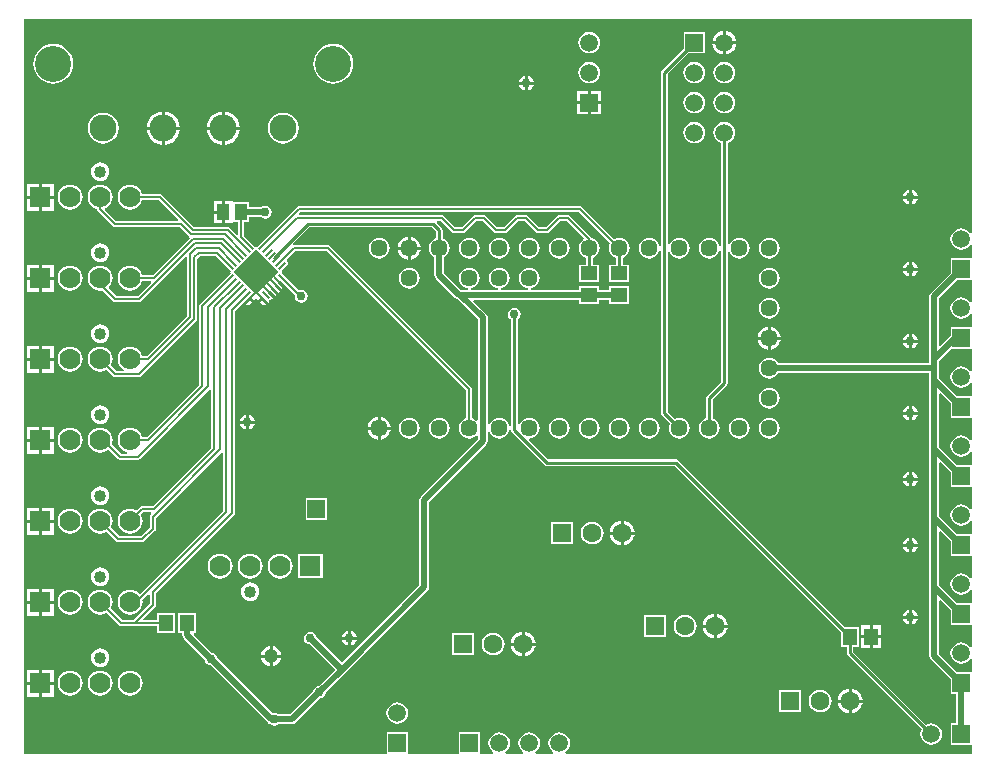
<source format=gbl>
G04 Layer_Physical_Order=2*
G04 Layer_Color=16711680*
%FSAX24Y24*%
%MOIN*%
G70*
G01*
G75*
%ADD11R,0.0551X0.0472*%
%ADD13R,0.0472X0.0551*%
G04:AMPARAMS|DCode=15|XSize=7.9mil|YSize=33.5mil|CornerRadius=0mil|HoleSize=0mil|Usage=FLASHONLY|Rotation=225.000|XOffset=0mil|YOffset=0mil|HoleType=Round|Shape=Round|*
%AMOVALD15*
21,1,0.0256,0.0079,0.0000,0.0000,315.0*
1,1,0.0079,-0.0090,0.0090*
1,1,0.0079,0.0090,-0.0090*
%
%ADD15OVALD15*%

G04:AMPARAMS|DCode=16|XSize=7.9mil|YSize=33.5mil|CornerRadius=0mil|HoleSize=0mil|Usage=FLASHONLY|Rotation=315.000|XOffset=0mil|YOffset=0mil|HoleType=Round|Shape=Round|*
%AMOVALD16*
21,1,0.0256,0.0079,0.0000,0.0000,45.0*
1,1,0.0079,-0.0090,-0.0090*
1,1,0.0079,0.0090,0.0090*
%
%ADD16OVALD16*%

%ADD17C,0.0080*%
%ADD18C,0.0100*%
%ADD20C,0.0200*%
%ADD22R,0.0591X0.0591*%
%ADD23C,0.0591*%
%ADD24C,0.0570*%
%ADD25R,0.0591X0.0591*%
%ADD26C,0.0400*%
%ADD27C,0.0700*%
%ADD28R,0.0700X0.0700*%
%ADD29C,0.0630*%
%ADD30R,0.0630X0.0630*%
%ADD31C,0.1200*%
%ADD32C,0.0900*%
%ADD33C,0.0300*%
%ADD34C,0.0472*%
%ADD35R,0.0433X0.0551*%
%ADD36P,0.1470X4X180.0*%
G36*
X076650Y047510D02*
X076600Y047493D01*
X076553Y047553D01*
X076479Y047610D01*
X076393Y047646D01*
X076300Y047658D01*
X076207Y047646D01*
X076121Y047610D01*
X076047Y047553D01*
X075990Y047479D01*
X075954Y047393D01*
X075942Y047300D01*
X075954Y047207D01*
X075990Y047121D01*
X076047Y047047D01*
X076121Y046990D01*
X076207Y046954D01*
X076300Y046942D01*
X076393Y046954D01*
X076479Y046990D01*
X076553Y047047D01*
X076600Y047107D01*
X076650Y047090D01*
Y046655D01*
X075945D01*
Y046175D01*
X075285Y045515D01*
X075249Y045462D01*
X075237Y045400D01*
Y043300D01*
Y043163D01*
X070206D01*
X070201Y043174D01*
X070146Y043246D01*
X070074Y043301D01*
X069990Y043336D01*
X069900Y043348D01*
X069810Y043336D01*
X069726Y043301D01*
X069654Y043246D01*
X069599Y043174D01*
X069564Y043090D01*
X069552Y043000D01*
X069564Y042910D01*
X069599Y042826D01*
X069654Y042754D01*
X069726Y042699D01*
X069810Y042664D01*
X069900Y042652D01*
X069990Y042664D01*
X070074Y042699D01*
X070146Y042754D01*
X070201Y042826D01*
X070206Y042837D01*
X075237D01*
Y042600D01*
Y040300D01*
Y038000D01*
Y035700D01*
Y033400D01*
X075249Y033338D01*
X075285Y033285D01*
X075945Y032625D01*
Y032145D01*
X076137D01*
Y031155D01*
X075945D01*
Y030445D01*
X076650D01*
Y030150D01*
X063110D01*
X063093Y030200D01*
X063153Y030247D01*
X063210Y030321D01*
X063246Y030407D01*
X063258Y030500D01*
X063246Y030593D01*
X063210Y030679D01*
X063153Y030753D01*
X063079Y030810D01*
X062993Y030846D01*
X062900Y030858D01*
X062807Y030846D01*
X062721Y030810D01*
X062647Y030753D01*
X062590Y030679D01*
X062554Y030593D01*
X062542Y030500D01*
X062554Y030407D01*
X062590Y030321D01*
X062647Y030247D01*
X062707Y030200D01*
X062690Y030150D01*
X062110D01*
X062093Y030200D01*
X062153Y030247D01*
X062210Y030321D01*
X062246Y030407D01*
X062258Y030500D01*
X062246Y030593D01*
X062210Y030679D01*
X062153Y030753D01*
X062079Y030810D01*
X061993Y030846D01*
X061900Y030858D01*
X061807Y030846D01*
X061721Y030810D01*
X061647Y030753D01*
X061590Y030679D01*
X061554Y030593D01*
X061542Y030500D01*
X061554Y030407D01*
X061590Y030321D01*
X061647Y030247D01*
X061707Y030200D01*
X061690Y030150D01*
X061110D01*
X061093Y030200D01*
X061153Y030247D01*
X061210Y030321D01*
X061246Y030407D01*
X061258Y030500D01*
X061246Y030593D01*
X061210Y030679D01*
X061153Y030753D01*
X061079Y030810D01*
X060993Y030846D01*
X060900Y030858D01*
X060807Y030846D01*
X060721Y030810D01*
X060647Y030753D01*
X060590Y030679D01*
X060554Y030593D01*
X060542Y030500D01*
X060554Y030407D01*
X060590Y030321D01*
X060647Y030247D01*
X060707Y030200D01*
X060690Y030150D01*
X060255D01*
Y030855D01*
X059545D01*
Y030150D01*
X057855D01*
Y030855D01*
X057145D01*
Y030150D01*
X045050D01*
Y054650D01*
X076650D01*
Y047510D01*
D02*
G37*
G36*
Y045210D02*
X076600Y045193D01*
X076553Y045253D01*
X076479Y045310D01*
X076393Y045346D01*
X076300Y045358D01*
X076207Y045346D01*
X076121Y045310D01*
X076047Y045253D01*
X075990Y045179D01*
X075954Y045093D01*
X075942Y045000D01*
X075954Y044907D01*
X075990Y044821D01*
X076047Y044747D01*
X076121Y044690D01*
X076207Y044654D01*
X076300Y044642D01*
X076393Y044654D01*
X076479Y044690D01*
X076553Y044747D01*
X076600Y044807D01*
X076650Y044790D01*
Y044355D01*
X075945D01*
Y044075D01*
X075609Y043740D01*
X075563Y043759D01*
Y045332D01*
X076175Y045945D01*
X076650D01*
Y045210D01*
D02*
G37*
G36*
Y042910D02*
X076600Y042893D01*
X076553Y042953D01*
X076479Y043010D01*
X076393Y043046D01*
X076300Y043058D01*
X076207Y043046D01*
X076121Y043010D01*
X076047Y042953D01*
X075990Y042879D01*
X075954Y042793D01*
X075942Y042700D01*
X075954Y042607D01*
X075990Y042521D01*
X076047Y042447D01*
X076121Y042390D01*
X076207Y042354D01*
X076300Y042342D01*
X076393Y042354D01*
X076479Y042390D01*
X076553Y042447D01*
X076600Y042507D01*
X076650Y042490D01*
Y042055D01*
X076175D01*
X075563Y042668D01*
Y043000D01*
Y043232D01*
X075975Y043645D01*
X076650D01*
Y042910D01*
D02*
G37*
G36*
X075945Y041825D02*
Y041345D01*
X076650D01*
Y040610D01*
X076600Y040593D01*
X076553Y040653D01*
X076479Y040710D01*
X076393Y040746D01*
X076300Y040758D01*
X076207Y040746D01*
X076121Y040710D01*
X076047Y040653D01*
X075990Y040579D01*
X075954Y040493D01*
X075942Y040400D01*
X075954Y040307D01*
X075990Y040221D01*
X076047Y040147D01*
X076121Y040090D01*
X076207Y040054D01*
X076300Y040042D01*
X076393Y040054D01*
X076479Y040090D01*
X076553Y040147D01*
X076600Y040207D01*
X076650Y040190D01*
Y039755D01*
X076175D01*
X075563Y040368D01*
Y042141D01*
X075609Y042160D01*
X075945Y041825D01*
D02*
G37*
G36*
Y039525D02*
Y039045D01*
X076650D01*
Y038310D01*
X076600Y038293D01*
X076553Y038353D01*
X076479Y038410D01*
X076393Y038446D01*
X076300Y038458D01*
X076207Y038446D01*
X076121Y038410D01*
X076047Y038353D01*
X075990Y038279D01*
X075954Y038193D01*
X075942Y038100D01*
X075954Y038007D01*
X075990Y037921D01*
X076047Y037847D01*
X076121Y037790D01*
X076207Y037754D01*
X076300Y037742D01*
X076393Y037754D01*
X076479Y037790D01*
X076553Y037847D01*
X076600Y037907D01*
X076650Y037890D01*
Y037455D01*
X076175D01*
X075563Y038068D01*
Y039841D01*
X075609Y039860D01*
X075945Y039525D01*
D02*
G37*
G36*
Y037225D02*
Y036745D01*
X076650D01*
Y036010D01*
X076600Y035993D01*
X076553Y036053D01*
X076479Y036110D01*
X076393Y036146D01*
X076300Y036158D01*
X076207Y036146D01*
X076121Y036110D01*
X076047Y036053D01*
X075990Y035979D01*
X075954Y035893D01*
X075942Y035800D01*
X075954Y035707D01*
X075990Y035621D01*
X076047Y035547D01*
X076121Y035490D01*
X076207Y035454D01*
X076300Y035442D01*
X076393Y035454D01*
X076479Y035490D01*
X076553Y035547D01*
X076600Y035607D01*
X076650Y035590D01*
Y035155D01*
X076175D01*
X075563Y035768D01*
Y037541D01*
X075609Y037560D01*
X075945Y037225D01*
D02*
G37*
G36*
Y034925D02*
Y034445D01*
X076650D01*
Y033710D01*
X076600Y033693D01*
X076553Y033753D01*
X076479Y033810D01*
X076393Y033846D01*
X076300Y033858D01*
X076207Y033846D01*
X076121Y033810D01*
X076047Y033753D01*
X075990Y033679D01*
X075954Y033593D01*
X075942Y033500D01*
X075954Y033407D01*
X075990Y033321D01*
X076047Y033247D01*
X076121Y033190D01*
X076207Y033154D01*
X076300Y033142D01*
X076393Y033154D01*
X076479Y033190D01*
X076553Y033247D01*
X076600Y033307D01*
X076650Y033290D01*
Y032855D01*
X076175D01*
X075563Y033468D01*
Y035241D01*
X075609Y035260D01*
X075945Y034925D01*
D02*
G37*
%LPC*%
G36*
X068450Y054242D02*
Y053900D01*
X068792D01*
X068785Y053953D01*
X068745Y054049D01*
X068682Y054132D01*
X068599Y054195D01*
X068503Y054235D01*
X068450Y054242D01*
D02*
G37*
G36*
X068350D02*
X068297Y054235D01*
X068201Y054195D01*
X068118Y054132D01*
X068055Y054049D01*
X068015Y053953D01*
X068008Y053900D01*
X068350D01*
Y054242D01*
D02*
G37*
G36*
X063900Y054208D02*
X063807Y054196D01*
X063721Y054160D01*
X063647Y054103D01*
X063590Y054029D01*
X063554Y053943D01*
X063542Y053850D01*
X063554Y053757D01*
X063590Y053671D01*
X063647Y053597D01*
X063721Y053540D01*
X063807Y053504D01*
X063900Y053492D01*
X063993Y053504D01*
X064079Y053540D01*
X064153Y053597D01*
X064210Y053671D01*
X064246Y053757D01*
X064258Y053850D01*
X064246Y053943D01*
X064210Y054029D01*
X064153Y054103D01*
X064079Y054160D01*
X063993Y054196D01*
X063900Y054208D01*
D02*
G37*
G36*
X068792Y053800D02*
X068450D01*
Y053458D01*
X068503Y053465D01*
X068599Y053505D01*
X068682Y053568D01*
X068745Y053651D01*
X068785Y053747D01*
X068792Y053800D01*
D02*
G37*
G36*
X068350D02*
X068008D01*
X068015Y053747D01*
X068055Y053651D01*
X068118Y053568D01*
X068201Y053505D01*
X068297Y053465D01*
X068350Y053458D01*
Y053800D01*
D02*
G37*
G36*
X061850Y052745D02*
Y052550D01*
X062045D01*
X062035Y052598D01*
X061980Y052680D01*
X061898Y052736D01*
X061850Y052745D01*
D02*
G37*
G36*
X061750D02*
X061702Y052736D01*
X061620Y052680D01*
X061564Y052598D01*
X061555Y052550D01*
X061750D01*
Y052745D01*
D02*
G37*
G36*
X068400Y053208D02*
X068307Y053196D01*
X068221Y053160D01*
X068147Y053103D01*
X068090Y053029D01*
X068054Y052943D01*
X068042Y052850D01*
X068054Y052757D01*
X068090Y052671D01*
X068147Y052597D01*
X068221Y052540D01*
X068307Y052504D01*
X068400Y052492D01*
X068493Y052504D01*
X068579Y052540D01*
X068653Y052597D01*
X068710Y052671D01*
X068746Y052757D01*
X068758Y052850D01*
X068746Y052943D01*
X068710Y053029D01*
X068653Y053103D01*
X068579Y053160D01*
X068493Y053196D01*
X068400Y053208D01*
D02*
G37*
G36*
X067400D02*
X067307Y053196D01*
X067221Y053160D01*
X067147Y053103D01*
X067090Y053029D01*
X067054Y052943D01*
X067042Y052850D01*
X067054Y052757D01*
X067090Y052671D01*
X067147Y052597D01*
X067221Y052540D01*
X067307Y052504D01*
X067400Y052492D01*
X067493Y052504D01*
X067579Y052540D01*
X067653Y052597D01*
X067710Y052671D01*
X067746Y052757D01*
X067758Y052850D01*
X067746Y052943D01*
X067710Y053029D01*
X067653Y053103D01*
X067579Y053160D01*
X067493Y053196D01*
X067400Y053208D01*
D02*
G37*
G36*
X063900D02*
X063807Y053196D01*
X063721Y053160D01*
X063647Y053103D01*
X063590Y053029D01*
X063554Y052943D01*
X063542Y052850D01*
X063554Y052757D01*
X063590Y052671D01*
X063647Y052597D01*
X063721Y052540D01*
X063807Y052504D01*
X063900Y052492D01*
X063993Y052504D01*
X064079Y052540D01*
X064153Y052597D01*
X064210Y052671D01*
X064246Y052757D01*
X064258Y052850D01*
X064246Y052943D01*
X064210Y053029D01*
X064153Y053103D01*
X064079Y053160D01*
X063993Y053196D01*
X063900Y053208D01*
D02*
G37*
G36*
X055365Y053809D02*
X055236Y053796D01*
X055112Y053758D01*
X054997Y053697D01*
X054896Y053615D01*
X054814Y053514D01*
X054753Y053399D01*
X054715Y053275D01*
X054702Y053146D01*
X054715Y053016D01*
X054753Y052892D01*
X054814Y052777D01*
X054896Y052677D01*
X054997Y052594D01*
X055112Y052533D01*
X055236Y052495D01*
X055365Y052482D01*
X055495Y052495D01*
X055619Y052533D01*
X055734Y052594D01*
X055834Y052677D01*
X055917Y052777D01*
X055978Y052892D01*
X056016Y053016D01*
X056029Y053146D01*
X056016Y053275D01*
X055978Y053399D01*
X055917Y053514D01*
X055834Y053615D01*
X055734Y053697D01*
X055619Y053758D01*
X055495Y053796D01*
X055365Y053809D01*
D02*
G37*
G36*
X046035D02*
X045905Y053796D01*
X045781Y053758D01*
X045666Y053697D01*
X045566Y053615D01*
X045483Y053514D01*
X045422Y053399D01*
X045384Y053275D01*
X045371Y053146D01*
X045384Y053016D01*
X045422Y052892D01*
X045483Y052777D01*
X045566Y052677D01*
X045666Y052594D01*
X045781Y052533D01*
X045905Y052495D01*
X046035Y052482D01*
X046164Y052495D01*
X046288Y052533D01*
X046403Y052594D01*
X046504Y052677D01*
X046586Y052777D01*
X046647Y052892D01*
X046685Y053016D01*
X046698Y053146D01*
X046685Y053275D01*
X046647Y053399D01*
X046586Y053514D01*
X046504Y053615D01*
X046403Y053697D01*
X046288Y053758D01*
X046164Y053796D01*
X046035Y053809D01*
D02*
G37*
G36*
X062045Y052450D02*
X061850D01*
Y052255D01*
X061898Y052264D01*
X061980Y052320D01*
X062035Y052402D01*
X062045Y052450D01*
D02*
G37*
G36*
X061750D02*
X061555D01*
X061564Y052402D01*
X061620Y052320D01*
X061702Y052264D01*
X061750Y052255D01*
Y052450D01*
D02*
G37*
G36*
X064295Y052245D02*
X063950D01*
Y051900D01*
X064295D01*
Y052245D01*
D02*
G37*
G36*
X063850D02*
X063505D01*
Y051900D01*
X063850D01*
Y052245D01*
D02*
G37*
G36*
X068400Y052208D02*
X068307Y052196D01*
X068221Y052160D01*
X068147Y052103D01*
X068090Y052029D01*
X068054Y051943D01*
X068042Y051850D01*
X068054Y051757D01*
X068090Y051671D01*
X068147Y051597D01*
X068221Y051540D01*
X068307Y051504D01*
X068400Y051492D01*
X068493Y051504D01*
X068579Y051540D01*
X068653Y051597D01*
X068710Y051671D01*
X068746Y051757D01*
X068758Y051850D01*
X068746Y051943D01*
X068710Y052029D01*
X068653Y052103D01*
X068579Y052160D01*
X068493Y052196D01*
X068400Y052208D01*
D02*
G37*
G36*
X067400D02*
X067307Y052196D01*
X067221Y052160D01*
X067147Y052103D01*
X067090Y052029D01*
X067054Y051943D01*
X067042Y051850D01*
X067054Y051757D01*
X067090Y051671D01*
X067147Y051597D01*
X067221Y051540D01*
X067307Y051504D01*
X067400Y051492D01*
X067493Y051504D01*
X067579Y051540D01*
X067653Y051597D01*
X067710Y051671D01*
X067746Y051757D01*
X067758Y051850D01*
X067746Y051943D01*
X067710Y052029D01*
X067653Y052103D01*
X067579Y052160D01*
X067493Y052196D01*
X067400Y052208D01*
D02*
G37*
G36*
X064295Y051800D02*
X063950D01*
Y051455D01*
X064295D01*
Y051800D01*
D02*
G37*
G36*
X063850D02*
X063505D01*
Y051455D01*
X063850D01*
Y051800D01*
D02*
G37*
G36*
X049750Y051548D02*
Y051050D01*
X050248D01*
X050236Y051144D01*
X050180Y051277D01*
X050092Y051392D01*
X049977Y051480D01*
X049844Y051536D01*
X049750Y051548D01*
D02*
G37*
G36*
X051750D02*
Y051050D01*
X052248D01*
X052236Y051144D01*
X052180Y051277D01*
X052092Y051392D01*
X051977Y051480D01*
X051844Y051536D01*
X051750Y051548D01*
D02*
G37*
G36*
X049650D02*
X049556Y051536D01*
X049423Y051480D01*
X049308Y051392D01*
X049220Y051277D01*
X049164Y051144D01*
X049152Y051050D01*
X049650D01*
Y051548D01*
D02*
G37*
G36*
X051650D02*
X051556Y051536D01*
X051423Y051480D01*
X051308Y051392D01*
X051220Y051277D01*
X051164Y051144D01*
X051152Y051050D01*
X051650D01*
Y051548D01*
D02*
G37*
G36*
X067400Y051208D02*
X067307Y051196D01*
X067221Y051160D01*
X067147Y051103D01*
X067090Y051029D01*
X067054Y050943D01*
X067042Y050850D01*
X067054Y050757D01*
X067090Y050671D01*
X067147Y050597D01*
X067221Y050540D01*
X067307Y050504D01*
X067400Y050492D01*
X067493Y050504D01*
X067579Y050540D01*
X067653Y050597D01*
X067710Y050671D01*
X067746Y050757D01*
X067758Y050850D01*
X067746Y050943D01*
X067710Y051029D01*
X067653Y051103D01*
X067579Y051160D01*
X067493Y051196D01*
X067400Y051208D01*
D02*
G37*
G36*
X053700Y051514D02*
X053567Y051497D01*
X053443Y051445D01*
X053336Y051364D01*
X053255Y051257D01*
X053203Y051133D01*
X053186Y051000D01*
X053203Y050867D01*
X053255Y050743D01*
X053336Y050636D01*
X053443Y050555D01*
X053567Y050503D01*
X053700Y050486D01*
X053833Y050503D01*
X053957Y050555D01*
X054064Y050636D01*
X054145Y050743D01*
X054197Y050867D01*
X054214Y051000D01*
X054197Y051133D01*
X054145Y051257D01*
X054064Y051364D01*
X053957Y051445D01*
X053833Y051497D01*
X053700Y051514D01*
D02*
G37*
G36*
X047700D02*
X047567Y051497D01*
X047443Y051445D01*
X047336Y051364D01*
X047255Y051257D01*
X047203Y051133D01*
X047186Y051000D01*
X047203Y050867D01*
X047255Y050743D01*
X047336Y050636D01*
X047443Y050555D01*
X047567Y050503D01*
X047700Y050486D01*
X047833Y050503D01*
X047957Y050555D01*
X048064Y050636D01*
X048145Y050743D01*
X048197Y050867D01*
X048214Y051000D01*
X048197Y051133D01*
X048145Y051257D01*
X048064Y051364D01*
X047957Y051445D01*
X047833Y051497D01*
X047700Y051514D01*
D02*
G37*
G36*
X052248Y050950D02*
X051750D01*
Y050452D01*
X051844Y050464D01*
X051977Y050520D01*
X052092Y050608D01*
X052180Y050723D01*
X052236Y050856D01*
X052248Y050950D01*
D02*
G37*
G36*
X050248D02*
X049750D01*
Y050452D01*
X049844Y050464D01*
X049977Y050520D01*
X050092Y050608D01*
X050180Y050723D01*
X050236Y050856D01*
X050248Y050950D01*
D02*
G37*
G36*
X051650D02*
X051152D01*
X051164Y050856D01*
X051220Y050723D01*
X051308Y050608D01*
X051423Y050520D01*
X051556Y050464D01*
X051650Y050452D01*
Y050950D01*
D02*
G37*
G36*
X049650D02*
X049152D01*
X049164Y050856D01*
X049220Y050723D01*
X049308Y050608D01*
X049423Y050520D01*
X049556Y050464D01*
X049650Y050452D01*
Y050950D01*
D02*
G37*
G36*
X047600Y049859D02*
X047520Y049849D01*
X047446Y049818D01*
X047382Y049769D01*
X047333Y049705D01*
X047302Y049630D01*
X047291Y049550D01*
X047302Y049471D01*
X047333Y049396D01*
X047382Y049332D01*
X047446Y049283D01*
X047520Y049252D01*
X047600Y049242D01*
X047680Y049252D01*
X047754Y049283D01*
X047818Y049332D01*
X047867Y049396D01*
X047898Y049471D01*
X047909Y049550D01*
X047898Y049630D01*
X047867Y049705D01*
X047818Y049769D01*
X047754Y049818D01*
X047680Y049849D01*
X047600Y049859D01*
D02*
G37*
G36*
X046050Y049150D02*
X045650D01*
Y048750D01*
X046050D01*
Y049150D01*
D02*
G37*
G36*
X074650Y048945D02*
Y048750D01*
X074845D01*
X074836Y048798D01*
X074780Y048880D01*
X074698Y048935D01*
X074650Y048945D01*
D02*
G37*
G36*
X074550D02*
X074502Y048935D01*
X074420Y048880D01*
X074365Y048798D01*
X074355Y048750D01*
X074550D01*
Y048945D01*
D02*
G37*
G36*
X045550Y049150D02*
X045150D01*
Y048750D01*
X045550D01*
Y049150D01*
D02*
G37*
G36*
X074845Y048650D02*
X074650D01*
Y048455D01*
X074698Y048464D01*
X074780Y048520D01*
X074836Y048602D01*
X074845Y048650D01*
D02*
G37*
G36*
X074550D02*
X074355D01*
X074365Y048602D01*
X074420Y048520D01*
X074502Y048464D01*
X074550Y048455D01*
Y048650D01*
D02*
G37*
G36*
X046600Y049114D02*
X046493Y049099D01*
X046393Y049058D01*
X046308Y048992D01*
X046242Y048907D01*
X046201Y048807D01*
X046186Y048700D01*
X046201Y048593D01*
X046242Y048493D01*
X046308Y048408D01*
X046393Y048342D01*
X046493Y048301D01*
X046600Y048286D01*
X046707Y048301D01*
X046807Y048342D01*
X046892Y048408D01*
X046958Y048493D01*
X046999Y048593D01*
X047014Y048700D01*
X046999Y048807D01*
X046958Y048907D01*
X046892Y048992D01*
X046807Y049058D01*
X046707Y049099D01*
X046600Y049114D01*
D02*
G37*
G36*
X046050Y048650D02*
X045650D01*
Y048250D01*
X046050D01*
Y048650D01*
D02*
G37*
G36*
X045550D02*
X045150D01*
Y048250D01*
X045550D01*
Y048650D01*
D02*
G37*
G36*
X051655Y048576D02*
X051388D01*
Y048250D01*
X051655D01*
Y048576D01*
D02*
G37*
G36*
X048600Y049114D02*
X048493Y049099D01*
X048393Y049058D01*
X048308Y048992D01*
X048242Y048907D01*
X048201Y048807D01*
X048186Y048700D01*
X048201Y048593D01*
X048242Y048493D01*
X048308Y048408D01*
X048393Y048342D01*
X048493Y048301D01*
X048600Y048286D01*
X048707Y048301D01*
X048807Y048342D01*
X048892Y048408D01*
X048958Y048493D01*
X048999Y048593D01*
X049000Y048598D01*
X049558D01*
X050208Y047948D01*
X050189Y047902D01*
X048142D01*
X047765Y048279D01*
X047774Y048328D01*
X047807Y048342D01*
X047892Y048408D01*
X047958Y048493D01*
X047999Y048593D01*
X048014Y048700D01*
X047999Y048807D01*
X047958Y048907D01*
X047892Y048992D01*
X047807Y049058D01*
X047707Y049099D01*
X047600Y049114D01*
X047493Y049099D01*
X047393Y049058D01*
X047308Y048992D01*
X047242Y048907D01*
X047201Y048807D01*
X047186Y048700D01*
X047201Y048593D01*
X047242Y048493D01*
X047308Y048408D01*
X047393Y048342D01*
X047493Y048301D01*
X047498Y048300D01*
X047506Y048261D01*
X047528Y048228D01*
X048028Y047728D01*
X048061Y047706D01*
X048100Y047698D01*
X050258D01*
X050568Y047388D01*
X050571Y047386D01*
X050579Y047323D01*
X049357Y046102D01*
X049000D01*
X048999Y046107D01*
X048958Y046206D01*
X048892Y046292D01*
X048807Y046358D01*
X048707Y046399D01*
X048600Y046413D01*
X048493Y046399D01*
X048393Y046358D01*
X048308Y046292D01*
X048242Y046206D01*
X048201Y046107D01*
X048186Y046000D01*
X048201Y045893D01*
X048242Y045793D01*
X048308Y045707D01*
X048393Y045641D01*
X048493Y045600D01*
X048600Y045586D01*
X048707Y045600D01*
X048807Y045641D01*
X048892Y045707D01*
X048958Y045793D01*
X048999Y045893D01*
X049000Y045898D01*
X049286D01*
X049305Y045851D01*
X048856Y045402D01*
X048142D01*
X047888Y045656D01*
X047891Y045706D01*
X047892Y045707D01*
X047958Y045793D01*
X047999Y045893D01*
X048014Y046000D01*
X047999Y046107D01*
X047958Y046206D01*
X047892Y046292D01*
X047807Y046358D01*
X047707Y046399D01*
X047600Y046413D01*
X047493Y046399D01*
X047393Y046358D01*
X047308Y046292D01*
X047242Y046206D01*
X047201Y046107D01*
X047186Y046000D01*
X047201Y045893D01*
X047242Y045793D01*
X047308Y045707D01*
X047393Y045641D01*
X047493Y045600D01*
X047600Y045586D01*
X047662Y045594D01*
X048028Y045228D01*
X048061Y045206D01*
X048100Y045198D01*
X048898D01*
X048937Y045206D01*
X048970Y045228D01*
X050452Y046710D01*
X050498Y046691D01*
Y044742D01*
X049158Y043402D01*
X049000D01*
X048999Y043407D01*
X048958Y043506D01*
X048892Y043592D01*
X048807Y043658D01*
X048707Y043699D01*
X048600Y043713D01*
X048493Y043699D01*
X048393Y043658D01*
X048308Y043592D01*
X048242Y043506D01*
X048201Y043407D01*
X048186Y043300D01*
X048201Y043193D01*
X048242Y043093D01*
X048308Y043007D01*
X048380Y042952D01*
X048363Y042902D01*
X048142D01*
X047955Y043089D01*
X047958Y043093D01*
X047999Y043193D01*
X048014Y043300D01*
X047999Y043407D01*
X047958Y043506D01*
X047892Y043592D01*
X047807Y043658D01*
X047707Y043699D01*
X047600Y043713D01*
X047493Y043699D01*
X047393Y043658D01*
X047308Y043592D01*
X047242Y043506D01*
X047201Y043407D01*
X047186Y043300D01*
X047201Y043193D01*
X047242Y043093D01*
X047308Y043007D01*
X047393Y042941D01*
X047493Y042900D01*
X047600Y042886D01*
X047707Y042900D01*
X047807Y042941D01*
X047811Y042945D01*
X048028Y042728D01*
X048061Y042706D01*
X048100Y042698D01*
X048900D01*
X048939Y042706D01*
X048972Y042728D01*
X050812Y044568D01*
X050834Y044601D01*
X050842Y044640D01*
Y046647D01*
X050942Y046748D01*
X051440D01*
X051858Y046330D01*
X051861Y046328D01*
X051949Y046240D01*
X051950Y046227D01*
X051924Y046200D01*
X051950Y046173D01*
X051949Y046160D01*
X051861Y046072D01*
X051858Y046070D01*
X050928Y045140D01*
X050906Y045107D01*
X050898Y045068D01*
Y042442D01*
X049157Y040702D01*
X049000D01*
X048999Y040707D01*
X048958Y040806D01*
X048892Y040892D01*
X048807Y040958D01*
X048707Y040999D01*
X048600Y041013D01*
X048493Y040999D01*
X048393Y040958D01*
X048308Y040892D01*
X048242Y040806D01*
X048201Y040707D01*
X048186Y040600D01*
X048201Y040493D01*
X048242Y040393D01*
X048308Y040307D01*
X048393Y040241D01*
X048493Y040200D01*
X048484Y040152D01*
X048292D01*
X047985Y040459D01*
X047999Y040493D01*
X048014Y040600D01*
X047999Y040707D01*
X047958Y040806D01*
X047892Y040892D01*
X047807Y040958D01*
X047707Y040999D01*
X047600Y041013D01*
X047493Y040999D01*
X047393Y040958D01*
X047308Y040892D01*
X047242Y040806D01*
X047201Y040707D01*
X047186Y040600D01*
X047201Y040493D01*
X047242Y040393D01*
X047308Y040307D01*
X047393Y040241D01*
X047493Y040200D01*
X047600Y040186D01*
X047707Y040200D01*
X047807Y040241D01*
X047868Y040288D01*
X048178Y039978D01*
X048211Y039956D01*
X048250Y039948D01*
X048850D01*
X048889Y039956D01*
X048922Y039978D01*
X051248Y042304D01*
X051298Y042283D01*
Y040342D01*
X049358Y038402D01*
X049000D01*
X048961Y038394D01*
X048928Y038372D01*
X048811Y038255D01*
X048807Y038258D01*
X048707Y038299D01*
X048600Y038314D01*
X048493Y038299D01*
X048393Y038258D01*
X048308Y038192D01*
X048242Y038107D01*
X048201Y038007D01*
X048186Y037900D01*
X048201Y037793D01*
X048242Y037693D01*
X048308Y037608D01*
X048393Y037542D01*
X048493Y037501D01*
X048600Y037486D01*
X048707Y037501D01*
X048807Y037542D01*
X048892Y037608D01*
X048958Y037693D01*
X048999Y037793D01*
X049014Y037900D01*
X048999Y038007D01*
X048958Y038107D01*
X048955Y038111D01*
X049042Y038198D01*
X049289D01*
X049308Y038152D01*
X049278Y038122D01*
X049256Y038089D01*
X049248Y038050D01*
Y037692D01*
X048958Y037402D01*
X048242D01*
X047955Y037689D01*
X047958Y037693D01*
X047999Y037793D01*
X048014Y037900D01*
X047999Y038007D01*
X047958Y038107D01*
X047892Y038192D01*
X047807Y038258D01*
X047707Y038299D01*
X047600Y038314D01*
X047493Y038299D01*
X047393Y038258D01*
X047308Y038192D01*
X047242Y038107D01*
X047201Y038007D01*
X047186Y037900D01*
X047201Y037793D01*
X047242Y037693D01*
X047308Y037608D01*
X047393Y037542D01*
X047493Y037501D01*
X047600Y037486D01*
X047707Y037501D01*
X047807Y037542D01*
X047811Y037545D01*
X048128Y037228D01*
X048161Y037206D01*
X048200Y037198D01*
X049000D01*
X049039Y037206D01*
X049072Y037228D01*
X049422Y037578D01*
X049444Y037611D01*
X049452Y037650D01*
Y038008D01*
X051648Y040204D01*
X051698Y040183D01*
Y038242D01*
X048943Y035487D01*
X048893Y035490D01*
X048891Y035492D01*
X048806Y035558D01*
X048706Y035599D01*
X048599Y035614D01*
X048492Y035599D01*
X048392Y035558D01*
X048307Y035492D01*
X048241Y035407D01*
X048200Y035307D01*
X048185Y035200D01*
X048200Y035093D01*
X048241Y034993D01*
X048307Y034908D01*
X048392Y034842D01*
X048492Y034801D01*
X048599Y034786D01*
X048706Y034801D01*
X048806Y034842D01*
X048891Y034908D01*
X048957Y034993D01*
X048998Y035093D01*
X049013Y035200D01*
X049005Y035260D01*
X049202Y035458D01*
X049248Y035439D01*
Y035142D01*
X048708Y034602D01*
X048341D01*
X047954Y034989D01*
X047957Y034993D01*
X047998Y035093D01*
X048013Y035200D01*
X047998Y035307D01*
X047957Y035407D01*
X047891Y035492D01*
X047806Y035558D01*
X047706Y035599D01*
X047599Y035614D01*
X047492Y035599D01*
X047392Y035558D01*
X047307Y035492D01*
X047241Y035407D01*
X047200Y035307D01*
X047185Y035200D01*
X047200Y035093D01*
X047241Y034993D01*
X047307Y034908D01*
X047392Y034842D01*
X047492Y034801D01*
X047599Y034786D01*
X047706Y034801D01*
X047806Y034842D01*
X047810Y034845D01*
X048227Y034428D01*
X048260Y034406D01*
X048299Y034398D01*
X049499D01*
Y034164D01*
X050092D01*
Y034836D01*
X049499D01*
Y034602D01*
X049061D01*
X049042Y034648D01*
X049422Y035028D01*
X049444Y035061D01*
X049452Y035100D01*
Y035510D01*
X052056Y038113D01*
X052078Y038146D01*
X052085Y038185D01*
Y044896D01*
X052340Y045150D01*
X052347Y045149D01*
X052563Y045365D01*
X052598Y045330D01*
X052634Y045365D01*
X052734Y045265D01*
X052766Y045297D01*
X052800Y045314D01*
X052834Y045297D01*
X052866Y045265D01*
X052966Y045365D01*
X053002Y045330D01*
X053037Y045365D01*
X053221Y045181D01*
X053224Y045185D01*
X053234Y045240D01*
X053234Y045244D01*
X053242Y045257D01*
X053275Y045279D01*
X053297Y045312D01*
X053311Y045321D01*
X053315Y045320D01*
X053369Y045331D01*
X053373Y045333D01*
X053189Y045517D01*
X053260Y045588D01*
X053444Y045404D01*
X053446Y045408D01*
X053452Y045437D01*
X053481Y045442D01*
X053484Y045445D01*
X053301Y045629D01*
X053371Y045699D01*
X053555Y045516D01*
X053558Y045519D01*
X053563Y045548D01*
X053592Y045554D01*
X053596Y045556D01*
X053412Y045740D01*
X053483Y045811D01*
X053667Y045627D01*
X053669Y045631D01*
X053675Y045659D01*
X053703Y045665D01*
X053707Y045668D01*
X053523Y045851D01*
X053594Y045922D01*
X053810Y045706D01*
X053817Y045707D01*
X054092Y045432D01*
X054086Y045400D01*
X054102Y045318D01*
X054149Y045249D01*
X054218Y045202D01*
X054300Y045186D01*
X054382Y045202D01*
X054451Y045249D01*
X054498Y045318D01*
X054514Y045400D01*
X054498Y045482D01*
X054451Y045551D01*
X054382Y045598D01*
X054300Y045614D01*
X054218Y045598D01*
X054216Y045596D01*
X053742Y046070D01*
X053739Y046072D01*
X053651Y046160D01*
X053650Y046173D01*
X053676Y046200D01*
X053650Y046227D01*
X053651Y046240D01*
X053832Y046421D01*
X053854Y046454D01*
X053862Y046492D01*
X053854Y046531D01*
X053832Y046564D01*
X053827Y046567D01*
X053819Y046629D01*
X054088Y046898D01*
X055158D01*
X059798Y042258D01*
Y041331D01*
X059726Y041301D01*
X059654Y041246D01*
X059599Y041174D01*
X059564Y041090D01*
X059552Y041000D01*
X059564Y040910D01*
X059599Y040826D01*
X059654Y040754D01*
X059726Y040699D01*
X059810Y040664D01*
X059900Y040652D01*
X059990Y040664D01*
X060074Y040699D01*
X060141Y040750D01*
X060183Y040742D01*
X060191Y040739D01*
Y040622D01*
X058285Y038715D01*
X058249Y038662D01*
X058237Y038600D01*
Y035768D01*
X055650Y033181D01*
X054810Y034021D01*
X054798Y034082D01*
X054751Y034151D01*
X054682Y034198D01*
X054600Y034214D01*
X054518Y034198D01*
X054449Y034151D01*
X054402Y034082D01*
X054386Y034000D01*
X054402Y033918D01*
X054449Y033849D01*
X054518Y033802D01*
X054579Y033790D01*
X055419Y032950D01*
X054879Y032410D01*
X054818Y032398D01*
X054749Y032351D01*
X054702Y032282D01*
X054690Y032221D01*
X053932Y031463D01*
X053534D01*
X053482Y031498D01*
X053400Y031514D01*
X053330Y031500D01*
X051510Y033321D01*
X051498Y033382D01*
X051451Y033451D01*
X051382Y033498D01*
X051321Y033510D01*
X050716Y034114D01*
X050737Y034164D01*
X050801D01*
Y034836D01*
X050208D01*
Y034164D01*
X050341D01*
Y034096D01*
X050354Y034033D01*
X050389Y033980D01*
X051090Y033279D01*
X051102Y033218D01*
X051149Y033149D01*
X051218Y033102D01*
X051279Y033090D01*
X053185Y031185D01*
X053238Y031149D01*
X053252Y031146D01*
X053318Y031102D01*
X053400Y031086D01*
X053482Y031102D01*
X053534Y031137D01*
X054000D01*
X054062Y031149D01*
X054115Y031185D01*
X054921Y031990D01*
X054982Y032002D01*
X055051Y032049D01*
X055098Y032118D01*
X055110Y032179D01*
X055765Y032835D01*
X058515Y035585D01*
X058551Y035638D01*
X058563Y035700D01*
Y038532D01*
X060470Y040439D01*
X060505Y040492D01*
X060517Y040554D01*
Y040898D01*
X060564Y040910D01*
X060599Y040826D01*
X060654Y040754D01*
X060726Y040699D01*
X060810Y040664D01*
X060900Y040652D01*
X060990Y040664D01*
X061074Y040699D01*
X061146Y040754D01*
X061201Y040826D01*
X061236Y040910D01*
X061239Y040931D01*
X061290Y040933D01*
X061296Y040898D01*
X061321Y040862D01*
X062412Y039771D01*
X062412Y039771D01*
X062448Y039746D01*
X062491Y039738D01*
X062491Y039738D01*
X066749D01*
X072299Y034188D01*
Y033714D01*
X072484D01*
Y033504D01*
X072484Y033504D01*
X072492Y033461D01*
X072516Y033425D01*
X074982Y030960D01*
X074954Y030893D01*
X074942Y030800D01*
X074954Y030707D01*
X074990Y030621D01*
X075047Y030547D01*
X075121Y030490D01*
X075207Y030454D01*
X075300Y030442D01*
X075393Y030454D01*
X075479Y030490D01*
X075553Y030547D01*
X075610Y030621D01*
X075646Y030707D01*
X075658Y030800D01*
X075646Y030893D01*
X075610Y030979D01*
X075553Y031053D01*
X075479Y031110D01*
X075393Y031146D01*
X075300Y031158D01*
X075207Y031146D01*
X075140Y031118D01*
X072708Y033551D01*
Y033714D01*
X072892D01*
Y034386D01*
X072419D01*
X066875Y039929D01*
X066839Y039954D01*
X066796Y039962D01*
X066796Y039962D01*
X062538D01*
X061894Y040606D01*
X061917Y040654D01*
X061990Y040664D01*
X062074Y040699D01*
X062146Y040754D01*
X062201Y040826D01*
X062236Y040910D01*
X062248Y041000D01*
X062236Y041090D01*
X062201Y041174D01*
X062146Y041246D01*
X062074Y041301D01*
X061990Y041336D01*
X061900Y041348D01*
X061810Y041336D01*
X061726Y041301D01*
X061654Y041246D01*
X061599Y041174D01*
X061564Y041090D01*
X061562Y041077D01*
X061512Y041080D01*
Y044622D01*
X061551Y044649D01*
X061598Y044718D01*
X061614Y044800D01*
X061598Y044882D01*
X061551Y044951D01*
X061482Y044998D01*
X061400Y045014D01*
X061318Y044998D01*
X061249Y044951D01*
X061202Y044882D01*
X061186Y044800D01*
X061202Y044718D01*
X061249Y044649D01*
X061288Y044622D01*
Y041080D01*
X061238Y041077D01*
X061236Y041090D01*
X061201Y041174D01*
X061146Y041246D01*
X061074Y041301D01*
X060990Y041336D01*
X060900Y041348D01*
X060810Y041336D01*
X060726Y041301D01*
X060654Y041246D01*
X060599Y041174D01*
X060564Y041090D01*
X060517Y041102D01*
Y044691D01*
X060505Y044754D01*
X060470Y044807D01*
X060040Y045236D01*
X060059Y045283D01*
X063564D01*
Y045149D01*
X064236D01*
Y045283D01*
X064564D01*
Y045149D01*
X065236D01*
Y045742D01*
X064564D01*
Y045609D01*
X064236D01*
Y045742D01*
X063564D01*
Y045609D01*
X061955D01*
X061952Y045659D01*
X061990Y045664D01*
X062074Y045699D01*
X062146Y045754D01*
X062201Y045826D01*
X062236Y045910D01*
X062248Y046000D01*
X062236Y046090D01*
X062201Y046174D01*
X062146Y046246D01*
X062074Y046301D01*
X061990Y046336D01*
X061900Y046348D01*
X061810Y046336D01*
X061726Y046301D01*
X061654Y046246D01*
X061599Y046174D01*
X061564Y046090D01*
X061552Y046000D01*
X061564Y045910D01*
X061599Y045826D01*
X061654Y045754D01*
X061726Y045699D01*
X061810Y045664D01*
X061848Y045659D01*
X061845Y045609D01*
X060955D01*
X060952Y045659D01*
X060990Y045664D01*
X061074Y045699D01*
X061146Y045754D01*
X061201Y045826D01*
X061236Y045910D01*
X061248Y046000D01*
X061236Y046090D01*
X061201Y046174D01*
X061146Y046246D01*
X061074Y046301D01*
X060990Y046336D01*
X060900Y046348D01*
X060810Y046336D01*
X060726Y046301D01*
X060654Y046246D01*
X060599Y046174D01*
X060564Y046090D01*
X060552Y046000D01*
X060564Y045910D01*
X060599Y045826D01*
X060654Y045754D01*
X060726Y045699D01*
X060810Y045664D01*
X060848Y045659D01*
X060845Y045609D01*
X059955D01*
X059952Y045659D01*
X059990Y045664D01*
X060074Y045699D01*
X060146Y045754D01*
X060201Y045826D01*
X060236Y045910D01*
X060248Y046000D01*
X060236Y046090D01*
X060201Y046174D01*
X060146Y046246D01*
X060074Y046301D01*
X059990Y046336D01*
X059900Y046348D01*
X059810Y046336D01*
X059726Y046301D01*
X059654Y046246D01*
X059599Y046174D01*
X059564Y046090D01*
X059552Y046000D01*
X059564Y045910D01*
X059599Y045826D01*
X059654Y045754D01*
X059726Y045699D01*
X059810Y045664D01*
X059848Y045659D01*
X059845Y045609D01*
X059622D01*
X059063Y046168D01*
Y046694D01*
X059074Y046699D01*
X059146Y046754D01*
X059201Y046826D01*
X059236Y046910D01*
X059248Y047000D01*
X059236Y047090D01*
X059201Y047174D01*
X059146Y047246D01*
X059074Y047301D01*
X059012Y047327D01*
Y047600D01*
X059012Y047600D01*
X059004Y047643D01*
X058979Y047679D01*
X058979Y047679D01*
X058811Y047848D01*
X058831Y047898D01*
X058958D01*
X059328Y047528D01*
X059361Y047506D01*
X059400Y047498D01*
X059700D01*
X059739Y047506D01*
X059772Y047528D01*
X060142Y047898D01*
X060358D01*
X060728Y047528D01*
X060761Y047506D01*
X060800Y047498D01*
X061100D01*
X061139Y047506D01*
X061172Y047528D01*
X061542Y047898D01*
X061758D01*
X062128Y047528D01*
X062161Y047506D01*
X062200Y047498D01*
X062500D01*
X062539Y047506D01*
X062572Y047528D01*
X062942Y047898D01*
X063158D01*
X063711Y047345D01*
X063702Y047283D01*
X063654Y047246D01*
X063599Y047174D01*
X063564Y047090D01*
X063552Y047000D01*
X063564Y046910D01*
X063599Y046826D01*
X063654Y046754D01*
X063726Y046699D01*
X063788Y046673D01*
Y046451D01*
X063564D01*
Y045858D01*
X064236D01*
Y046451D01*
X064012D01*
Y046673D01*
X064074Y046699D01*
X064146Y046754D01*
X064201Y046826D01*
X064236Y046910D01*
X064248Y047000D01*
X064236Y047090D01*
X064201Y047174D01*
X064146Y047246D01*
X064074Y047301D01*
X063995Y047334D01*
X063994Y047339D01*
X063972Y047372D01*
X063272Y048072D01*
X063239Y048094D01*
X063200Y048102D01*
X062900D01*
X062861Y048094D01*
X062828Y048072D01*
X062458Y047702D01*
X062242D01*
X061872Y048072D01*
X061839Y048094D01*
X061800Y048102D01*
X061500D01*
X061461Y048094D01*
X061428Y048072D01*
X061058Y047702D01*
X060842D01*
X060472Y048072D01*
X060439Y048094D01*
X060400Y048102D01*
X060100D01*
X060061Y048094D01*
X060028Y048072D01*
X059658Y047702D01*
X059442D01*
X059072Y048072D01*
X059039Y048094D01*
X059000Y048102D01*
X054243D01*
X054224Y048148D01*
X054274Y048198D01*
X063558D01*
X064594Y047162D01*
X064564Y047090D01*
X064552Y047000D01*
X064564Y046910D01*
X064599Y046826D01*
X064654Y046754D01*
X064726Y046699D01*
X064788Y046673D01*
Y046451D01*
X064564D01*
Y045858D01*
X065236D01*
Y046451D01*
X065012D01*
Y046673D01*
X065074Y046699D01*
X065146Y046754D01*
X065201Y046826D01*
X065236Y046910D01*
X065248Y047000D01*
X065236Y047090D01*
X065201Y047174D01*
X065146Y047246D01*
X065074Y047301D01*
X064990Y047336D01*
X064900Y047348D01*
X064810Y047336D01*
X064738Y047306D01*
X063672Y048372D01*
X063639Y048394D01*
X063600Y048402D01*
X054232D01*
X054193Y048394D01*
X054160Y048372D01*
X052930Y047142D01*
X052928Y047139D01*
X052840Y047051D01*
X052827Y047050D01*
X052800Y047076D01*
X052773Y047050D01*
X052760Y047051D01*
X052672Y047139D01*
X052670Y047142D01*
X052397Y047415D01*
Y047864D01*
X052572D01*
Y048037D01*
X052966D01*
X053018Y048002D01*
X053100Y047986D01*
X053182Y048002D01*
X053251Y048049D01*
X053298Y048118D01*
X053314Y048200D01*
X053298Y048282D01*
X053251Y048351D01*
X053182Y048398D01*
X053100Y048414D01*
X053018Y048398D01*
X052966Y048363D01*
X052572D01*
Y048536D01*
X052021D01*
Y048576D01*
X051755D01*
Y048200D01*
Y047824D01*
X052021D01*
Y047864D01*
X052193D01*
Y047462D01*
X052147Y047442D01*
X051918Y047672D01*
X051884Y047694D01*
X051845Y047702D01*
X050742D01*
X049672Y048772D01*
X049639Y048794D01*
X049600Y048802D01*
X049000D01*
X048999Y048807D01*
X048958Y048907D01*
X048892Y048992D01*
X048807Y049058D01*
X048707Y049099D01*
X048600Y049114D01*
D02*
G37*
G36*
X051655Y048150D02*
X051388D01*
Y047824D01*
X051655D01*
Y048150D01*
D02*
G37*
G36*
X068400Y051208D02*
X068307Y051196D01*
X068221Y051160D01*
X068147Y051103D01*
X068090Y051029D01*
X068054Y050943D01*
X068042Y050850D01*
X068054Y050757D01*
X068090Y050671D01*
X068147Y050597D01*
X068221Y050540D01*
X068288Y050512D01*
Y047080D01*
X068238Y047077D01*
X068236Y047090D01*
X068201Y047174D01*
X068146Y047246D01*
X068074Y047301D01*
X067990Y047336D01*
X067900Y047348D01*
X067810Y047336D01*
X067726Y047301D01*
X067654Y047246D01*
X067599Y047174D01*
X067564Y047090D01*
X067552Y047000D01*
X067564Y046910D01*
X067599Y046826D01*
X067654Y046754D01*
X067726Y046699D01*
X067810Y046664D01*
X067900Y046652D01*
X067990Y046664D01*
X068074Y046699D01*
X068146Y046754D01*
X068201Y046826D01*
X068236Y046910D01*
X068238Y046923D01*
X068288Y046920D01*
Y042546D01*
X067821Y042079D01*
X067796Y042043D01*
X067788Y042000D01*
X067788Y042000D01*
Y041327D01*
X067726Y041301D01*
X067654Y041246D01*
X067599Y041174D01*
X067564Y041090D01*
X067552Y041000D01*
X067564Y040910D01*
X067599Y040826D01*
X067654Y040754D01*
X067726Y040699D01*
X067810Y040664D01*
X067900Y040652D01*
X067990Y040664D01*
X068074Y040699D01*
X068146Y040754D01*
X068201Y040826D01*
X068236Y040910D01*
X068248Y041000D01*
X068236Y041090D01*
X068201Y041174D01*
X068146Y041246D01*
X068074Y041301D01*
X068012Y041327D01*
Y041954D01*
X068479Y042421D01*
X068479Y042421D01*
X068504Y042457D01*
X068512Y042500D01*
X068512Y042500D01*
Y046920D01*
X068562Y046923D01*
X068564Y046910D01*
X068599Y046826D01*
X068654Y046754D01*
X068726Y046699D01*
X068810Y046664D01*
X068900Y046652D01*
X068990Y046664D01*
X069074Y046699D01*
X069146Y046754D01*
X069201Y046826D01*
X069236Y046910D01*
X069248Y047000D01*
X069236Y047090D01*
X069201Y047174D01*
X069146Y047246D01*
X069074Y047301D01*
X068990Y047336D01*
X068900Y047348D01*
X068810Y047336D01*
X068726Y047301D01*
X068654Y047246D01*
X068599Y047174D01*
X068564Y047090D01*
X068562Y047077D01*
X068512Y047080D01*
Y050512D01*
X068579Y050540D01*
X068653Y050597D01*
X068710Y050671D01*
X068746Y050757D01*
X068758Y050850D01*
X068746Y050943D01*
X068710Y051029D01*
X068653Y051103D01*
X068579Y051160D01*
X068493Y051196D01*
X068400Y051208D01*
D02*
G37*
G36*
X067755Y054205D02*
X067045D01*
Y053653D01*
X066321Y052929D01*
X066296Y052893D01*
X066288Y052850D01*
X066288Y052850D01*
Y047080D01*
X066238Y047077D01*
X066236Y047090D01*
X066201Y047174D01*
X066146Y047246D01*
X066074Y047301D01*
X065990Y047336D01*
X065900Y047348D01*
X065810Y047336D01*
X065726Y047301D01*
X065654Y047246D01*
X065599Y047174D01*
X065564Y047090D01*
X065552Y047000D01*
X065564Y046910D01*
X065599Y046826D01*
X065654Y046754D01*
X065726Y046699D01*
X065810Y046664D01*
X065900Y046652D01*
X065990Y046664D01*
X066074Y046699D01*
X066146Y046754D01*
X066201Y046826D01*
X066236Y046910D01*
X066238Y046923D01*
X066288Y046920D01*
Y041500D01*
X066288Y041500D01*
X066296Y041457D01*
X066321Y041421D01*
X066589Y041152D01*
X066564Y041090D01*
X066552Y041000D01*
X066564Y040910D01*
X066599Y040826D01*
X066654Y040754D01*
X066726Y040699D01*
X066810Y040664D01*
X066900Y040652D01*
X066990Y040664D01*
X067074Y040699D01*
X067146Y040754D01*
X067201Y040826D01*
X067236Y040910D01*
X067248Y041000D01*
X067236Y041090D01*
X067201Y041174D01*
X067146Y041246D01*
X067074Y041301D01*
X066990Y041336D01*
X066900Y041348D01*
X066810Y041336D01*
X066748Y041311D01*
X066512Y041546D01*
Y046920D01*
X066562Y046923D01*
X066564Y046910D01*
X066599Y046826D01*
X066654Y046754D01*
X066726Y046699D01*
X066810Y046664D01*
X066900Y046652D01*
X066990Y046664D01*
X067074Y046699D01*
X067146Y046754D01*
X067201Y046826D01*
X067236Y046910D01*
X067248Y047000D01*
X067236Y047090D01*
X067201Y047174D01*
X067146Y047246D01*
X067074Y047301D01*
X066990Y047336D01*
X066900Y047348D01*
X066810Y047336D01*
X066726Y047301D01*
X066654Y047246D01*
X066599Y047174D01*
X066564Y047090D01*
X066562Y047077D01*
X066512Y047080D01*
Y052804D01*
X067203Y053495D01*
X067755D01*
Y054205D01*
D02*
G37*
G36*
X069900Y047348D02*
X069810Y047336D01*
X069726Y047301D01*
X069654Y047246D01*
X069599Y047174D01*
X069564Y047090D01*
X069552Y047000D01*
X069564Y046910D01*
X069599Y046826D01*
X069654Y046754D01*
X069726Y046699D01*
X069810Y046664D01*
X069900Y046652D01*
X069990Y046664D01*
X070074Y046699D01*
X070146Y046754D01*
X070201Y046826D01*
X070236Y046910D01*
X070248Y047000D01*
X070236Y047090D01*
X070201Y047174D01*
X070146Y047246D01*
X070074Y047301D01*
X069990Y047336D01*
X069900Y047348D01*
D02*
G37*
G36*
X062900D02*
X062810Y047336D01*
X062726Y047301D01*
X062654Y047246D01*
X062599Y047174D01*
X062564Y047090D01*
X062552Y047000D01*
X062564Y046910D01*
X062599Y046826D01*
X062654Y046754D01*
X062726Y046699D01*
X062810Y046664D01*
X062900Y046652D01*
X062990Y046664D01*
X063074Y046699D01*
X063146Y046754D01*
X063201Y046826D01*
X063236Y046910D01*
X063248Y047000D01*
X063236Y047090D01*
X063201Y047174D01*
X063146Y047246D01*
X063074Y047301D01*
X062990Y047336D01*
X062900Y047348D01*
D02*
G37*
G36*
X061900D02*
X061810Y047336D01*
X061726Y047301D01*
X061654Y047246D01*
X061599Y047174D01*
X061564Y047090D01*
X061552Y047000D01*
X061564Y046910D01*
X061599Y046826D01*
X061654Y046754D01*
X061726Y046699D01*
X061810Y046664D01*
X061900Y046652D01*
X061990Y046664D01*
X062074Y046699D01*
X062146Y046754D01*
X062201Y046826D01*
X062236Y046910D01*
X062248Y047000D01*
X062236Y047090D01*
X062201Y047174D01*
X062146Y047246D01*
X062074Y047301D01*
X061990Y047336D01*
X061900Y047348D01*
D02*
G37*
G36*
X060900D02*
X060810Y047336D01*
X060726Y047301D01*
X060654Y047246D01*
X060599Y047174D01*
X060564Y047090D01*
X060552Y047000D01*
X060564Y046910D01*
X060599Y046826D01*
X060654Y046754D01*
X060726Y046699D01*
X060810Y046664D01*
X060900Y046652D01*
X060990Y046664D01*
X061074Y046699D01*
X061146Y046754D01*
X061201Y046826D01*
X061236Y046910D01*
X061248Y047000D01*
X061236Y047090D01*
X061201Y047174D01*
X061146Y047246D01*
X061074Y047301D01*
X060990Y047336D01*
X060900Y047348D01*
D02*
G37*
G36*
X059900D02*
X059810Y047336D01*
X059726Y047301D01*
X059654Y047246D01*
X059599Y047174D01*
X059564Y047090D01*
X059552Y047000D01*
X059564Y046910D01*
X059599Y046826D01*
X059654Y046754D01*
X059726Y046699D01*
X059810Y046664D01*
X059900Y046652D01*
X059990Y046664D01*
X060074Y046699D01*
X060146Y046754D01*
X060201Y046826D01*
X060236Y046910D01*
X060248Y047000D01*
X060236Y047090D01*
X060201Y047174D01*
X060146Y047246D01*
X060074Y047301D01*
X059990Y047336D01*
X059900Y047348D01*
D02*
G37*
G36*
X047600Y047159D02*
X047520Y047148D01*
X047446Y047117D01*
X047382Y047068D01*
X047333Y047004D01*
X047302Y046930D01*
X047291Y046850D01*
X047302Y046770D01*
X047333Y046696D01*
X047382Y046632D01*
X047446Y046583D01*
X047520Y046552D01*
X047600Y046541D01*
X047680Y046552D01*
X047754Y046583D01*
X047818Y046632D01*
X047867Y046696D01*
X047898Y046770D01*
X047909Y046850D01*
X047898Y046930D01*
X047867Y047004D01*
X047818Y047068D01*
X047754Y047117D01*
X047680Y047148D01*
X047600Y047159D01*
D02*
G37*
G36*
X074650Y046545D02*
Y046350D01*
X074845D01*
X074836Y046398D01*
X074780Y046480D01*
X074698Y046536D01*
X074650Y046545D01*
D02*
G37*
G36*
X074550D02*
X074502Y046536D01*
X074420Y046480D01*
X074365Y046398D01*
X074355Y046350D01*
X074550D01*
Y046545D01*
D02*
G37*
G36*
X074845Y046250D02*
X074650D01*
Y046055D01*
X074698Y046065D01*
X074780Y046120D01*
X074836Y046202D01*
X074845Y046250D01*
D02*
G37*
G36*
X074550D02*
X074355D01*
X074365Y046202D01*
X074420Y046120D01*
X074502Y046065D01*
X074550Y046055D01*
Y046250D01*
D02*
G37*
G36*
X046050Y046450D02*
X045650D01*
Y046050D01*
X046050D01*
Y046450D01*
D02*
G37*
G36*
X045550D02*
X045150D01*
Y046050D01*
X045550D01*
Y046450D01*
D02*
G37*
G36*
X069900Y046348D02*
X069810Y046336D01*
X069726Y046301D01*
X069654Y046246D01*
X069599Y046174D01*
X069564Y046090D01*
X069552Y046000D01*
X069564Y045910D01*
X069599Y045826D01*
X069654Y045754D01*
X069726Y045699D01*
X069810Y045664D01*
X069900Y045652D01*
X069990Y045664D01*
X070074Y045699D01*
X070146Y045754D01*
X070201Y045826D01*
X070236Y045910D01*
X070248Y046000D01*
X070236Y046090D01*
X070201Y046174D01*
X070146Y046246D01*
X070074Y046301D01*
X069990Y046336D01*
X069900Y046348D01*
D02*
G37*
G36*
X046600Y046413D02*
X046493Y046399D01*
X046393Y046358D01*
X046308Y046292D01*
X046242Y046206D01*
X046201Y046107D01*
X046186Y046000D01*
X046201Y045893D01*
X046242Y045793D01*
X046308Y045707D01*
X046393Y045641D01*
X046493Y045600D01*
X046600Y045586D01*
X046707Y045600D01*
X046807Y045641D01*
X046892Y045707D01*
X046958Y045793D01*
X046999Y045893D01*
X047014Y046000D01*
X046999Y046107D01*
X046958Y046206D01*
X046892Y046292D01*
X046807Y046358D01*
X046707Y046399D01*
X046600Y046413D01*
D02*
G37*
G36*
X046050Y045950D02*
X045650D01*
Y045550D01*
X046050D01*
Y045950D01*
D02*
G37*
G36*
X045550D02*
X045150D01*
Y045550D01*
X045550D01*
Y045950D01*
D02*
G37*
G36*
X053002Y045259D02*
X052937Y045194D01*
X052992Y045139D01*
X053038Y045108D01*
X053092Y045097D01*
X053147Y045108D01*
X053150Y045111D01*
X053002Y045259D01*
D02*
G37*
G36*
X052598D02*
X052450Y045111D01*
X052453Y045108D01*
X052508Y045097D01*
X052562Y045108D01*
X052608Y045139D01*
X052663Y045194D01*
X052598Y045259D01*
D02*
G37*
G36*
X069900Y045348D02*
X069810Y045336D01*
X069726Y045301D01*
X069654Y045246D01*
X069599Y045174D01*
X069564Y045090D01*
X069552Y045000D01*
X069564Y044910D01*
X069599Y044826D01*
X069654Y044754D01*
X069726Y044699D01*
X069810Y044664D01*
X069900Y044652D01*
X069990Y044664D01*
X070074Y044699D01*
X070146Y044754D01*
X070201Y044826D01*
X070236Y044910D01*
X070248Y045000D01*
X070236Y045090D01*
X070201Y045174D01*
X070146Y045246D01*
X070074Y045301D01*
X069990Y045336D01*
X069900Y045348D01*
D02*
G37*
G36*
X069950Y044382D02*
Y044050D01*
X070282D01*
X070275Y044101D01*
X070236Y044194D01*
X070175Y044275D01*
X070094Y044336D01*
X070001Y044375D01*
X069950Y044382D01*
D02*
G37*
G36*
X069850D02*
X069799Y044375D01*
X069706Y044336D01*
X069625Y044275D01*
X069564Y044194D01*
X069525Y044101D01*
X069518Y044050D01*
X069850D01*
Y044382D01*
D02*
G37*
G36*
X074650Y044145D02*
Y043950D01*
X074845D01*
X074836Y043998D01*
X074780Y044080D01*
X074698Y044135D01*
X074650Y044145D01*
D02*
G37*
G36*
X074550D02*
X074502Y044135D01*
X074420Y044080D01*
X074365Y043998D01*
X074355Y043950D01*
X074550D01*
Y044145D01*
D02*
G37*
G36*
X047600Y044459D02*
X047520Y044448D01*
X047446Y044417D01*
X047382Y044368D01*
X047333Y044304D01*
X047302Y044230D01*
X047291Y044150D01*
X047302Y044070D01*
X047333Y043996D01*
X047382Y043932D01*
X047446Y043883D01*
X047520Y043852D01*
X047600Y043841D01*
X047680Y043852D01*
X047754Y043883D01*
X047818Y043932D01*
X047867Y043996D01*
X047898Y044070D01*
X047909Y044150D01*
X047898Y044230D01*
X047867Y044304D01*
X047818Y044368D01*
X047754Y044417D01*
X047680Y044448D01*
X047600Y044459D01*
D02*
G37*
G36*
X074845Y043850D02*
X074650D01*
Y043655D01*
X074698Y043664D01*
X074780Y043720D01*
X074836Y043802D01*
X074845Y043850D01*
D02*
G37*
G36*
X074550D02*
X074355D01*
X074365Y043802D01*
X074420Y043720D01*
X074502Y043664D01*
X074550Y043655D01*
Y043850D01*
D02*
G37*
G36*
X070282Y043950D02*
X069950D01*
Y043618D01*
X070001Y043625D01*
X070094Y043664D01*
X070175Y043725D01*
X070236Y043806D01*
X070275Y043899D01*
X070282Y043950D01*
D02*
G37*
G36*
X069850D02*
X069518D01*
X069525Y043899D01*
X069564Y043806D01*
X069625Y043725D01*
X069706Y043664D01*
X069799Y043625D01*
X069850Y043618D01*
Y043950D01*
D02*
G37*
G36*
X046050Y043750D02*
X045650D01*
Y043350D01*
X046050D01*
Y043750D01*
D02*
G37*
G36*
X045550D02*
X045150D01*
Y043350D01*
X045550D01*
Y043750D01*
D02*
G37*
G36*
X046600Y043713D02*
X046493Y043699D01*
X046393Y043658D01*
X046308Y043592D01*
X046242Y043506D01*
X046201Y043407D01*
X046186Y043300D01*
X046201Y043193D01*
X046242Y043093D01*
X046308Y043007D01*
X046393Y042941D01*
X046493Y042900D01*
X046600Y042886D01*
X046707Y042900D01*
X046807Y042941D01*
X046892Y043007D01*
X046958Y043093D01*
X046999Y043193D01*
X047014Y043300D01*
X046999Y043407D01*
X046958Y043506D01*
X046892Y043592D01*
X046807Y043658D01*
X046707Y043699D01*
X046600Y043713D01*
D02*
G37*
G36*
X046050Y043250D02*
X045650D01*
Y042850D01*
X046050D01*
Y043250D01*
D02*
G37*
G36*
X045550D02*
X045150D01*
Y042850D01*
X045550D01*
Y043250D01*
D02*
G37*
G36*
X069900Y042348D02*
X069810Y042336D01*
X069726Y042301D01*
X069654Y042246D01*
X069599Y042174D01*
X069564Y042090D01*
X069552Y042000D01*
X069564Y041910D01*
X069599Y041826D01*
X069654Y041754D01*
X069726Y041699D01*
X069810Y041664D01*
X069900Y041652D01*
X069990Y041664D01*
X070074Y041699D01*
X070146Y041754D01*
X070201Y041826D01*
X070236Y041910D01*
X070248Y042000D01*
X070236Y042090D01*
X070201Y042174D01*
X070146Y042246D01*
X070074Y042301D01*
X069990Y042336D01*
X069900Y042348D01*
D02*
G37*
G36*
X074650Y041745D02*
Y041550D01*
X074845D01*
X074836Y041598D01*
X074780Y041680D01*
X074698Y041736D01*
X074650Y041745D01*
D02*
G37*
G36*
X074550D02*
X074502Y041736D01*
X074420Y041680D01*
X074365Y041598D01*
X074355Y041550D01*
X074550D01*
Y041745D01*
D02*
G37*
G36*
X074845Y041450D02*
X074650D01*
Y041255D01*
X074698Y041265D01*
X074780Y041320D01*
X074836Y041402D01*
X074845Y041450D01*
D02*
G37*
G36*
X074550D02*
X074355D01*
X074365Y041402D01*
X074420Y041320D01*
X074502Y041265D01*
X074550Y041255D01*
Y041450D01*
D02*
G37*
G36*
X052550Y041445D02*
Y041250D01*
X052745D01*
X052736Y041298D01*
X052680Y041380D01*
X052598Y041435D01*
X052550Y041445D01*
D02*
G37*
G36*
X052450D02*
X052402Y041435D01*
X052320Y041380D01*
X052264Y041298D01*
X052255Y041250D01*
X052450D01*
Y041445D01*
D02*
G37*
G36*
X047600Y041759D02*
X047520Y041748D01*
X047446Y041717D01*
X047382Y041668D01*
X047333Y041604D01*
X047302Y041530D01*
X047291Y041450D01*
X047302Y041370D01*
X047333Y041296D01*
X047382Y041232D01*
X047446Y041183D01*
X047520Y041152D01*
X047600Y041141D01*
X047680Y041152D01*
X047754Y041183D01*
X047818Y041232D01*
X047867Y041296D01*
X047898Y041370D01*
X047909Y041450D01*
X047898Y041530D01*
X047867Y041604D01*
X047818Y041668D01*
X047754Y041717D01*
X047680Y041748D01*
X047600Y041759D01*
D02*
G37*
G36*
X056950Y041382D02*
Y041050D01*
X057282D01*
X057275Y041101D01*
X057236Y041194D01*
X057175Y041275D01*
X057094Y041336D01*
X057001Y041375D01*
X056950Y041382D01*
D02*
G37*
G36*
X056850D02*
X056799Y041375D01*
X056706Y041336D01*
X056625Y041275D01*
X056564Y041194D01*
X056525Y041101D01*
X056518Y041050D01*
X056850D01*
Y041382D01*
D02*
G37*
G36*
X052745Y041150D02*
X052550D01*
Y040955D01*
X052598Y040964D01*
X052680Y041020D01*
X052736Y041102D01*
X052745Y041150D01*
D02*
G37*
G36*
X052450D02*
X052255D01*
X052264Y041102D01*
X052320Y041020D01*
X052402Y040964D01*
X052450Y040955D01*
Y041150D01*
D02*
G37*
G36*
X069900Y041348D02*
X069810Y041336D01*
X069726Y041301D01*
X069654Y041246D01*
X069599Y041174D01*
X069564Y041090D01*
X069552Y041000D01*
X069564Y040910D01*
X069599Y040826D01*
X069654Y040754D01*
X069726Y040699D01*
X069810Y040664D01*
X069900Y040652D01*
X069990Y040664D01*
X070074Y040699D01*
X070146Y040754D01*
X070201Y040826D01*
X070236Y040910D01*
X070248Y041000D01*
X070236Y041090D01*
X070201Y041174D01*
X070146Y041246D01*
X070074Y041301D01*
X069990Y041336D01*
X069900Y041348D01*
D02*
G37*
G36*
X068900D02*
X068810Y041336D01*
X068726Y041301D01*
X068654Y041246D01*
X068599Y041174D01*
X068564Y041090D01*
X068552Y041000D01*
X068564Y040910D01*
X068599Y040826D01*
X068654Y040754D01*
X068726Y040699D01*
X068810Y040664D01*
X068900Y040652D01*
X068990Y040664D01*
X069074Y040699D01*
X069146Y040754D01*
X069201Y040826D01*
X069236Y040910D01*
X069248Y041000D01*
X069236Y041090D01*
X069201Y041174D01*
X069146Y041246D01*
X069074Y041301D01*
X068990Y041336D01*
X068900Y041348D01*
D02*
G37*
G36*
X065900D02*
X065810Y041336D01*
X065726Y041301D01*
X065654Y041246D01*
X065599Y041174D01*
X065564Y041090D01*
X065552Y041000D01*
X065564Y040910D01*
X065599Y040826D01*
X065654Y040754D01*
X065726Y040699D01*
X065810Y040664D01*
X065900Y040652D01*
X065990Y040664D01*
X066074Y040699D01*
X066146Y040754D01*
X066201Y040826D01*
X066236Y040910D01*
X066248Y041000D01*
X066236Y041090D01*
X066201Y041174D01*
X066146Y041246D01*
X066074Y041301D01*
X065990Y041336D01*
X065900Y041348D01*
D02*
G37*
G36*
X064900D02*
X064810Y041336D01*
X064726Y041301D01*
X064654Y041246D01*
X064599Y041174D01*
X064564Y041090D01*
X064552Y041000D01*
X064564Y040910D01*
X064599Y040826D01*
X064654Y040754D01*
X064726Y040699D01*
X064810Y040664D01*
X064900Y040652D01*
X064990Y040664D01*
X065074Y040699D01*
X065146Y040754D01*
X065201Y040826D01*
X065236Y040910D01*
X065248Y041000D01*
X065236Y041090D01*
X065201Y041174D01*
X065146Y041246D01*
X065074Y041301D01*
X064990Y041336D01*
X064900Y041348D01*
D02*
G37*
G36*
X063900D02*
X063810Y041336D01*
X063726Y041301D01*
X063654Y041246D01*
X063599Y041174D01*
X063564Y041090D01*
X063552Y041000D01*
X063564Y040910D01*
X063599Y040826D01*
X063654Y040754D01*
X063726Y040699D01*
X063810Y040664D01*
X063900Y040652D01*
X063990Y040664D01*
X064074Y040699D01*
X064146Y040754D01*
X064201Y040826D01*
X064236Y040910D01*
X064248Y041000D01*
X064236Y041090D01*
X064201Y041174D01*
X064146Y041246D01*
X064074Y041301D01*
X063990Y041336D01*
X063900Y041348D01*
D02*
G37*
G36*
X062900D02*
X062810Y041336D01*
X062726Y041301D01*
X062654Y041246D01*
X062599Y041174D01*
X062564Y041090D01*
X062552Y041000D01*
X062564Y040910D01*
X062599Y040826D01*
X062654Y040754D01*
X062726Y040699D01*
X062810Y040664D01*
X062900Y040652D01*
X062990Y040664D01*
X063074Y040699D01*
X063146Y040754D01*
X063201Y040826D01*
X063236Y040910D01*
X063248Y041000D01*
X063236Y041090D01*
X063201Y041174D01*
X063146Y041246D01*
X063074Y041301D01*
X062990Y041336D01*
X062900Y041348D01*
D02*
G37*
G36*
X058900D02*
X058810Y041336D01*
X058726Y041301D01*
X058654Y041246D01*
X058599Y041174D01*
X058564Y041090D01*
X058552Y041000D01*
X058564Y040910D01*
X058599Y040826D01*
X058654Y040754D01*
X058726Y040699D01*
X058810Y040664D01*
X058900Y040652D01*
X058990Y040664D01*
X059074Y040699D01*
X059146Y040754D01*
X059201Y040826D01*
X059236Y040910D01*
X059248Y041000D01*
X059236Y041090D01*
X059201Y041174D01*
X059146Y041246D01*
X059074Y041301D01*
X058990Y041336D01*
X058900Y041348D01*
D02*
G37*
G36*
X057900D02*
X057810Y041336D01*
X057726Y041301D01*
X057654Y041246D01*
X057599Y041174D01*
X057564Y041090D01*
X057552Y041000D01*
X057564Y040910D01*
X057599Y040826D01*
X057654Y040754D01*
X057726Y040699D01*
X057810Y040664D01*
X057900Y040652D01*
X057990Y040664D01*
X058074Y040699D01*
X058146Y040754D01*
X058201Y040826D01*
X058236Y040910D01*
X058248Y041000D01*
X058236Y041090D01*
X058201Y041174D01*
X058146Y041246D01*
X058074Y041301D01*
X057990Y041336D01*
X057900Y041348D01*
D02*
G37*
G36*
X046050Y041050D02*
X045650D01*
Y040650D01*
X046050D01*
Y041050D01*
D02*
G37*
G36*
X045550D02*
X045150D01*
Y040650D01*
X045550D01*
Y041050D01*
D02*
G37*
G36*
X057282Y040950D02*
X056950D01*
Y040618D01*
X057001Y040625D01*
X057094Y040664D01*
X057175Y040725D01*
X057236Y040806D01*
X057275Y040900D01*
X057282Y040950D01*
D02*
G37*
G36*
X056850D02*
X056518D01*
X056525Y040900D01*
X056564Y040806D01*
X056625Y040725D01*
X056706Y040664D01*
X056799Y040625D01*
X056850Y040618D01*
Y040950D01*
D02*
G37*
G36*
X046600Y041013D02*
X046493Y040999D01*
X046393Y040958D01*
X046308Y040892D01*
X046242Y040806D01*
X046201Y040707D01*
X046186Y040600D01*
X046201Y040493D01*
X046242Y040393D01*
X046308Y040307D01*
X046393Y040241D01*
X046493Y040200D01*
X046600Y040186D01*
X046707Y040200D01*
X046807Y040241D01*
X046892Y040307D01*
X046958Y040393D01*
X046999Y040493D01*
X047014Y040600D01*
X046999Y040707D01*
X046958Y040806D01*
X046892Y040892D01*
X046807Y040958D01*
X046707Y040999D01*
X046600Y041013D01*
D02*
G37*
G36*
X046050Y040550D02*
X045650D01*
Y040150D01*
X046050D01*
Y040550D01*
D02*
G37*
G36*
X045550D02*
X045150D01*
Y040150D01*
X045550D01*
Y040550D01*
D02*
G37*
G36*
X074650Y039545D02*
Y039350D01*
X074845D01*
X074836Y039398D01*
X074780Y039480D01*
X074698Y039536D01*
X074650Y039545D01*
D02*
G37*
G36*
X074550D02*
X074502Y039536D01*
X074420Y039480D01*
X074365Y039398D01*
X074355Y039350D01*
X074550D01*
Y039545D01*
D02*
G37*
G36*
X074845Y039250D02*
X074650D01*
Y039055D01*
X074698Y039065D01*
X074780Y039120D01*
X074836Y039202D01*
X074845Y039250D01*
D02*
G37*
G36*
X074550D02*
X074355D01*
X074365Y039202D01*
X074420Y039120D01*
X074502Y039065D01*
X074550Y039055D01*
Y039250D01*
D02*
G37*
G36*
X047600Y039059D02*
X047520Y039049D01*
X047446Y039018D01*
X047382Y038969D01*
X047333Y038905D01*
X047302Y038830D01*
X047291Y038750D01*
X047302Y038670D01*
X047333Y038596D01*
X047382Y038532D01*
X047446Y038483D01*
X047520Y038452D01*
X047600Y038442D01*
X047680Y038452D01*
X047754Y038483D01*
X047818Y038532D01*
X047867Y038596D01*
X047898Y038670D01*
X047909Y038750D01*
X047898Y038830D01*
X047867Y038905D01*
X047818Y038969D01*
X047754Y039018D01*
X047680Y039049D01*
X047600Y039059D01*
D02*
G37*
G36*
X046050Y038350D02*
X045650D01*
Y037950D01*
X046050D01*
Y038350D01*
D02*
G37*
G36*
X045550D02*
X045150D01*
Y037950D01*
X045550D01*
Y038350D01*
D02*
G37*
G36*
X055155Y038655D02*
X054445D01*
Y037945D01*
X055155D01*
Y038655D01*
D02*
G37*
G36*
X065050Y037912D02*
Y037550D01*
X065412D01*
X065404Y037608D01*
X065362Y037709D01*
X065296Y037796D01*
X065209Y037862D01*
X065108Y037904D01*
X065050Y037912D01*
D02*
G37*
G36*
X064950D02*
X064892Y037904D01*
X064791Y037862D01*
X064704Y037796D01*
X064638Y037709D01*
X064596Y037608D01*
X064588Y037550D01*
X064950D01*
Y037912D01*
D02*
G37*
G36*
X046600Y038314D02*
X046493Y038299D01*
X046393Y038258D01*
X046308Y038192D01*
X046242Y038107D01*
X046201Y038007D01*
X046186Y037900D01*
X046201Y037793D01*
X046242Y037693D01*
X046308Y037608D01*
X046393Y037542D01*
X046493Y037501D01*
X046600Y037486D01*
X046707Y037501D01*
X046807Y037542D01*
X046892Y037608D01*
X046958Y037693D01*
X046999Y037793D01*
X047014Y037900D01*
X046999Y038007D01*
X046958Y038107D01*
X046892Y038192D01*
X046807Y038258D01*
X046707Y038299D01*
X046600Y038314D01*
D02*
G37*
G36*
X046050Y037850D02*
X045650D01*
Y037450D01*
X046050D01*
Y037850D01*
D02*
G37*
G36*
X045550D02*
X045150D01*
Y037450D01*
X045550D01*
Y037850D01*
D02*
G37*
G36*
X074650Y037345D02*
Y037150D01*
X074845D01*
X074836Y037198D01*
X074780Y037280D01*
X074698Y037336D01*
X074650Y037345D01*
D02*
G37*
G36*
X074550D02*
X074502Y037336D01*
X074420Y037280D01*
X074365Y037198D01*
X074355Y037150D01*
X074550D01*
Y037345D01*
D02*
G37*
G36*
X063375Y037875D02*
X062625D01*
Y037125D01*
X063375D01*
Y037875D01*
D02*
G37*
G36*
X064000Y037878D02*
X063902Y037865D01*
X063811Y037828D01*
X063733Y037767D01*
X063672Y037689D01*
X063635Y037598D01*
X063622Y037500D01*
X063635Y037402D01*
X063672Y037311D01*
X063733Y037233D01*
X063811Y037172D01*
X063902Y037135D01*
X064000Y037122D01*
X064098Y037135D01*
X064189Y037172D01*
X064267Y037233D01*
X064328Y037311D01*
X064365Y037402D01*
X064378Y037500D01*
X064365Y037598D01*
X064328Y037689D01*
X064267Y037767D01*
X064189Y037828D01*
X064098Y037865D01*
X064000Y037878D01*
D02*
G37*
G36*
X065412Y037450D02*
X065050D01*
Y037088D01*
X065108Y037096D01*
X065209Y037138D01*
X065296Y037204D01*
X065362Y037291D01*
X065404Y037392D01*
X065412Y037450D01*
D02*
G37*
G36*
X064950D02*
X064588D01*
X064596Y037392D01*
X064638Y037291D01*
X064704Y037204D01*
X064791Y037138D01*
X064892Y037096D01*
X064950Y037088D01*
Y037450D01*
D02*
G37*
G36*
X074845Y037050D02*
X074650D01*
Y036855D01*
X074698Y036865D01*
X074780Y036920D01*
X074836Y037002D01*
X074845Y037050D01*
D02*
G37*
G36*
X074550D02*
X074355D01*
X074365Y037002D01*
X074420Y036920D01*
X074502Y036865D01*
X074550Y036855D01*
Y037050D01*
D02*
G37*
G36*
X055010Y036810D02*
X054190D01*
Y035990D01*
X055010D01*
Y036810D01*
D02*
G37*
G36*
X053600Y036814D02*
X053493Y036799D01*
X053393Y036758D01*
X053308Y036692D01*
X053242Y036607D01*
X053201Y036507D01*
X053186Y036400D01*
X053201Y036293D01*
X053242Y036193D01*
X053308Y036108D01*
X053393Y036042D01*
X053493Y036001D01*
X053600Y035986D01*
X053707Y036001D01*
X053807Y036042D01*
X053892Y036108D01*
X053958Y036193D01*
X053999Y036293D01*
X054014Y036400D01*
X053999Y036507D01*
X053958Y036607D01*
X053892Y036692D01*
X053807Y036758D01*
X053707Y036799D01*
X053600Y036814D01*
D02*
G37*
G36*
X052600D02*
X052493Y036799D01*
X052393Y036758D01*
X052308Y036692D01*
X052242Y036607D01*
X052201Y036507D01*
X052186Y036400D01*
X052201Y036293D01*
X052242Y036193D01*
X052308Y036108D01*
X052393Y036042D01*
X052493Y036001D01*
X052600Y035986D01*
X052707Y036001D01*
X052807Y036042D01*
X052892Y036108D01*
X052958Y036193D01*
X052999Y036293D01*
X053014Y036400D01*
X052999Y036507D01*
X052958Y036607D01*
X052892Y036692D01*
X052807Y036758D01*
X052707Y036799D01*
X052600Y036814D01*
D02*
G37*
G36*
X051600D02*
X051493Y036799D01*
X051393Y036758D01*
X051308Y036692D01*
X051242Y036607D01*
X051201Y036507D01*
X051186Y036400D01*
X051201Y036293D01*
X051242Y036193D01*
X051308Y036108D01*
X051393Y036042D01*
X051493Y036001D01*
X051600Y035986D01*
X051707Y036001D01*
X051807Y036042D01*
X051892Y036108D01*
X051958Y036193D01*
X051999Y036293D01*
X052014Y036400D01*
X051999Y036507D01*
X051958Y036607D01*
X051892Y036692D01*
X051807Y036758D01*
X051707Y036799D01*
X051600Y036814D01*
D02*
G37*
G36*
X047599Y036359D02*
X047519Y036349D01*
X047445Y036318D01*
X047381Y036269D01*
X047332Y036205D01*
X047301Y036130D01*
X047290Y036050D01*
X047301Y035970D01*
X047332Y035896D01*
X047381Y035832D01*
X047445Y035783D01*
X047519Y035752D01*
X047599Y035742D01*
X047679Y035752D01*
X047753Y035783D01*
X047817Y035832D01*
X047866Y035896D01*
X047897Y035970D01*
X047908Y036050D01*
X047897Y036130D01*
X047866Y036205D01*
X047817Y036269D01*
X047753Y036318D01*
X047679Y036349D01*
X047599Y036359D01*
D02*
G37*
G36*
X046049Y035650D02*
X045649D01*
Y035250D01*
X046049D01*
Y035650D01*
D02*
G37*
G36*
X045549D02*
X045149D01*
Y035250D01*
X045549D01*
Y035650D01*
D02*
G37*
G36*
X052600Y035858D02*
X052520Y035848D01*
X052446Y035817D01*
X052382Y035768D01*
X052333Y035704D01*
X052302Y035629D01*
X052291Y035550D01*
X052302Y035470D01*
X052333Y035395D01*
X052382Y035331D01*
X052446Y035282D01*
X052520Y035251D01*
X052600Y035241D01*
X052680Y035251D01*
X052754Y035282D01*
X052818Y035331D01*
X052867Y035395D01*
X052898Y035470D01*
X052909Y035550D01*
X052898Y035629D01*
X052867Y035704D01*
X052818Y035768D01*
X052754Y035817D01*
X052680Y035848D01*
X052600Y035858D01*
D02*
G37*
G36*
X046599Y035614D02*
X046492Y035599D01*
X046392Y035558D01*
X046307Y035492D01*
X046241Y035407D01*
X046200Y035307D01*
X046185Y035200D01*
X046200Y035093D01*
X046241Y034993D01*
X046307Y034908D01*
X046392Y034842D01*
X046492Y034801D01*
X046599Y034786D01*
X046706Y034801D01*
X046806Y034842D01*
X046891Y034908D01*
X046957Y034993D01*
X046998Y035093D01*
X047013Y035200D01*
X046998Y035307D01*
X046957Y035407D01*
X046891Y035492D01*
X046806Y035558D01*
X046706Y035599D01*
X046599Y035614D01*
D02*
G37*
G36*
X074650Y034945D02*
Y034750D01*
X074845D01*
X074836Y034798D01*
X074780Y034880D01*
X074698Y034936D01*
X074650Y034945D01*
D02*
G37*
G36*
X074550D02*
X074502Y034936D01*
X074420Y034880D01*
X074365Y034798D01*
X074355Y034750D01*
X074550D01*
Y034945D01*
D02*
G37*
G36*
X046049Y035150D02*
X045649D01*
Y034750D01*
X046049D01*
Y035150D01*
D02*
G37*
G36*
X045549D02*
X045149D01*
Y034750D01*
X045549D01*
Y035150D01*
D02*
G37*
G36*
X074845Y034650D02*
X074650D01*
Y034455D01*
X074698Y034464D01*
X074780Y034520D01*
X074836Y034602D01*
X074845Y034650D01*
D02*
G37*
G36*
X074550D02*
X074355D01*
X074365Y034602D01*
X074420Y034520D01*
X074502Y034464D01*
X074550Y034455D01*
Y034650D01*
D02*
G37*
G36*
X068150Y034812D02*
Y034450D01*
X068512D01*
X068504Y034508D01*
X068462Y034609D01*
X068396Y034696D01*
X068309Y034762D01*
X068208Y034804D01*
X068150Y034812D01*
D02*
G37*
G36*
X068050D02*
X067992Y034804D01*
X067891Y034762D01*
X067804Y034696D01*
X067738Y034609D01*
X067696Y034508D01*
X067688Y034450D01*
X068050D01*
Y034812D01*
D02*
G37*
G36*
X073641Y034426D02*
X073354D01*
Y034100D01*
X073641D01*
Y034426D01*
D02*
G37*
G36*
X073254D02*
X072968D01*
Y034100D01*
X073254D01*
Y034426D01*
D02*
G37*
G36*
X055950Y034245D02*
Y034050D01*
X056145D01*
X056136Y034098D01*
X056080Y034180D01*
X055998Y034235D01*
X055950Y034245D01*
D02*
G37*
G36*
X055850D02*
X055802Y034235D01*
X055720Y034180D01*
X055665Y034098D01*
X055655Y034050D01*
X055850D01*
Y034245D01*
D02*
G37*
G36*
X066475Y034775D02*
X065725D01*
Y034025D01*
X066475D01*
Y034775D01*
D02*
G37*
G36*
X067100Y034778D02*
X067002Y034765D01*
X066911Y034728D01*
X066833Y034667D01*
X066772Y034589D01*
X066735Y034498D01*
X066722Y034400D01*
X066735Y034302D01*
X066772Y034211D01*
X066833Y034133D01*
X066911Y034072D01*
X067002Y034035D01*
X067100Y034022D01*
X067198Y034035D01*
X067289Y034072D01*
X067367Y034133D01*
X067428Y034211D01*
X067465Y034302D01*
X067478Y034400D01*
X067465Y034498D01*
X067428Y034589D01*
X067367Y034667D01*
X067289Y034728D01*
X067198Y034765D01*
X067100Y034778D01*
D02*
G37*
G36*
X068512Y034350D02*
X068150D01*
Y033988D01*
X068208Y033996D01*
X068309Y034038D01*
X068396Y034104D01*
X068462Y034191D01*
X068504Y034292D01*
X068512Y034350D01*
D02*
G37*
G36*
X068050D02*
X067688D01*
X067696Y034292D01*
X067738Y034191D01*
X067804Y034104D01*
X067891Y034038D01*
X067992Y033996D01*
X068050Y033988D01*
Y034350D01*
D02*
G37*
G36*
X061750Y034212D02*
Y033850D01*
X062112D01*
X062104Y033908D01*
X062062Y034009D01*
X061996Y034096D01*
X061909Y034162D01*
X061808Y034204D01*
X061750Y034212D01*
D02*
G37*
G36*
X061650D02*
X061592Y034204D01*
X061491Y034162D01*
X061404Y034096D01*
X061338Y034009D01*
X061296Y033908D01*
X061288Y033850D01*
X061650D01*
Y034212D01*
D02*
G37*
G36*
X056145Y033950D02*
X055950D01*
Y033755D01*
X055998Y033765D01*
X056080Y033820D01*
X056136Y033902D01*
X056145Y033950D01*
D02*
G37*
G36*
X055850D02*
X055655D01*
X055665Y033902D01*
X055720Y033820D01*
X055802Y033765D01*
X055850Y033755D01*
Y033950D01*
D02*
G37*
G36*
X073641Y034000D02*
X073354D01*
Y033674D01*
X073641D01*
Y034000D01*
D02*
G37*
G36*
X073254D02*
X072968D01*
Y033674D01*
X073254D01*
Y034000D01*
D02*
G37*
G36*
X053350Y033733D02*
Y033450D01*
X053633D01*
X053628Y033488D01*
X053594Y033570D01*
X053540Y033640D01*
X053470Y033694D01*
X053388Y033728D01*
X053350Y033733D01*
D02*
G37*
G36*
X053250D02*
X053212Y033728D01*
X053130Y033694D01*
X053060Y033640D01*
X053006Y033570D01*
X052972Y033488D01*
X052967Y033450D01*
X053250D01*
Y033733D01*
D02*
G37*
G36*
X060075Y034175D02*
X059325D01*
Y033425D01*
X060075D01*
Y034175D01*
D02*
G37*
G36*
X060700Y034178D02*
X060602Y034165D01*
X060511Y034128D01*
X060433Y034067D01*
X060372Y033989D01*
X060335Y033898D01*
X060322Y033800D01*
X060335Y033702D01*
X060372Y033611D01*
X060433Y033533D01*
X060511Y033472D01*
X060602Y033435D01*
X060700Y033422D01*
X060798Y033435D01*
X060889Y033472D01*
X060967Y033533D01*
X061028Y033611D01*
X061065Y033702D01*
X061078Y033800D01*
X061065Y033898D01*
X061028Y033989D01*
X060967Y034067D01*
X060889Y034128D01*
X060798Y034165D01*
X060700Y034178D01*
D02*
G37*
G36*
X062112Y033750D02*
X061750D01*
Y033388D01*
X061808Y033396D01*
X061909Y033438D01*
X061996Y033504D01*
X062062Y033591D01*
X062104Y033692D01*
X062112Y033750D01*
D02*
G37*
G36*
X061650D02*
X061288D01*
X061296Y033692D01*
X061338Y033591D01*
X061404Y033504D01*
X061491Y033438D01*
X061592Y033396D01*
X061650Y033388D01*
Y033750D01*
D02*
G37*
G36*
X053633Y033350D02*
X053350D01*
Y033067D01*
X053388Y033072D01*
X053470Y033106D01*
X053540Y033160D01*
X053594Y033230D01*
X053628Y033312D01*
X053633Y033350D01*
D02*
G37*
G36*
X053250D02*
X052967D01*
X052972Y033312D01*
X053006Y033230D01*
X053060Y033160D01*
X053130Y033106D01*
X053212Y033072D01*
X053250Y033067D01*
Y033350D01*
D02*
G37*
G36*
X047600Y033659D02*
X047520Y033649D01*
X047446Y033618D01*
X047382Y033569D01*
X047333Y033505D01*
X047302Y033430D01*
X047291Y033350D01*
X047302Y033270D01*
X047333Y033196D01*
X047382Y033132D01*
X047446Y033083D01*
X047520Y033052D01*
X047600Y033042D01*
X047680Y033052D01*
X047754Y033083D01*
X047818Y033132D01*
X047867Y033196D01*
X047898Y033270D01*
X047909Y033350D01*
X047898Y033430D01*
X047867Y033505D01*
X047818Y033569D01*
X047754Y033618D01*
X047680Y033649D01*
X047600Y033659D01*
D02*
G37*
G36*
X046050Y032950D02*
X045650D01*
Y032550D01*
X046050D01*
Y032950D01*
D02*
G37*
G36*
X045550D02*
X045150D01*
Y032550D01*
X045550D01*
Y032950D01*
D02*
G37*
G36*
X048600Y032914D02*
X048493Y032899D01*
X048393Y032858D01*
X048308Y032792D01*
X048242Y032707D01*
X048201Y032607D01*
X048186Y032500D01*
X048201Y032393D01*
X048242Y032293D01*
X048308Y032208D01*
X048393Y032142D01*
X048493Y032101D01*
X048600Y032086D01*
X048707Y032101D01*
X048807Y032142D01*
X048892Y032208D01*
X048958Y032293D01*
X048999Y032393D01*
X049014Y032500D01*
X048999Y032607D01*
X048958Y032707D01*
X048892Y032792D01*
X048807Y032858D01*
X048707Y032899D01*
X048600Y032914D01*
D02*
G37*
G36*
X047600D02*
X047493Y032899D01*
X047393Y032858D01*
X047308Y032792D01*
X047242Y032707D01*
X047201Y032607D01*
X047186Y032500D01*
X047201Y032393D01*
X047242Y032293D01*
X047308Y032208D01*
X047393Y032142D01*
X047493Y032101D01*
X047600Y032086D01*
X047707Y032101D01*
X047807Y032142D01*
X047892Y032208D01*
X047958Y032293D01*
X047999Y032393D01*
X048014Y032500D01*
X047999Y032607D01*
X047958Y032707D01*
X047892Y032792D01*
X047807Y032858D01*
X047707Y032899D01*
X047600Y032914D01*
D02*
G37*
G36*
X046600D02*
X046493Y032899D01*
X046393Y032858D01*
X046308Y032792D01*
X046242Y032707D01*
X046201Y032607D01*
X046186Y032500D01*
X046201Y032393D01*
X046242Y032293D01*
X046308Y032208D01*
X046393Y032142D01*
X046493Y032101D01*
X046600Y032086D01*
X046707Y032101D01*
X046807Y032142D01*
X046892Y032208D01*
X046958Y032293D01*
X046999Y032393D01*
X047014Y032500D01*
X046999Y032607D01*
X046958Y032707D01*
X046892Y032792D01*
X046807Y032858D01*
X046707Y032899D01*
X046600Y032914D01*
D02*
G37*
G36*
X046050Y032450D02*
X045650D01*
Y032050D01*
X046050D01*
Y032450D01*
D02*
G37*
G36*
X045550D02*
X045150D01*
Y032050D01*
X045550D01*
Y032450D01*
D02*
G37*
G36*
X072650Y032312D02*
Y031950D01*
X073012D01*
X073004Y032008D01*
X072962Y032109D01*
X072896Y032196D01*
X072809Y032262D01*
X072708Y032304D01*
X072650Y032312D01*
D02*
G37*
G36*
X072550D02*
X072492Y032304D01*
X072391Y032262D01*
X072304Y032196D01*
X072238Y032109D01*
X072196Y032008D01*
X072188Y031950D01*
X072550D01*
Y032312D01*
D02*
G37*
G36*
X070975Y032275D02*
X070225D01*
Y031525D01*
X070975D01*
Y032275D01*
D02*
G37*
G36*
X071600Y032278D02*
X071502Y032265D01*
X071411Y032228D01*
X071333Y032167D01*
X071272Y032089D01*
X071235Y031998D01*
X071222Y031900D01*
X071235Y031802D01*
X071272Y031711D01*
X071333Y031633D01*
X071411Y031572D01*
X071502Y031535D01*
X071600Y031522D01*
X071698Y031535D01*
X071789Y031572D01*
X071867Y031633D01*
X071928Y031711D01*
X071965Y031802D01*
X071978Y031900D01*
X071965Y031998D01*
X071928Y032089D01*
X071867Y032167D01*
X071789Y032228D01*
X071698Y032265D01*
X071600Y032278D01*
D02*
G37*
G36*
X073012Y031850D02*
X072650D01*
Y031488D01*
X072708Y031496D01*
X072809Y031538D01*
X072896Y031604D01*
X072962Y031691D01*
X073004Y031792D01*
X073012Y031850D01*
D02*
G37*
G36*
X072550D02*
X072188D01*
X072196Y031792D01*
X072238Y031691D01*
X072304Y031604D01*
X072391Y031538D01*
X072492Y031496D01*
X072550Y031488D01*
Y031850D01*
D02*
G37*
G36*
X057500Y031858D02*
X057407Y031846D01*
X057321Y031810D01*
X057247Y031753D01*
X057190Y031679D01*
X057154Y031593D01*
X057142Y031500D01*
X057154Y031407D01*
X057190Y031321D01*
X057247Y031247D01*
X057321Y031190D01*
X057407Y031154D01*
X057500Y031142D01*
X057593Y031154D01*
X057679Y031190D01*
X057753Y031247D01*
X057810Y031321D01*
X057846Y031407D01*
X057858Y031500D01*
X057846Y031593D01*
X057810Y031679D01*
X057753Y031753D01*
X057679Y031810D01*
X057593Y031846D01*
X057500Y031858D01*
D02*
G37*
%LPD*%
G36*
X058788Y047554D02*
Y047327D01*
X058726Y047301D01*
X058654Y047246D01*
X058599Y047174D01*
X058564Y047090D01*
X058552Y047000D01*
X058564Y046910D01*
X058599Y046826D01*
X058654Y046754D01*
X058726Y046699D01*
X058737Y046694D01*
Y046100D01*
X058749Y046038D01*
X058785Y045985D01*
X059439Y045330D01*
X059492Y045295D01*
X059527Y045288D01*
X060191Y044624D01*
Y041261D01*
X060183Y041258D01*
X060141Y041250D01*
X060074Y041301D01*
X060002Y041331D01*
Y042300D01*
X059994Y042339D01*
X059972Y042372D01*
X055272Y047072D01*
X055239Y047094D01*
X055200Y047102D01*
X054045D01*
X054042Y047101D01*
X054017Y047147D01*
X054558Y047688D01*
X058654D01*
X058788Y047554D01*
D02*
G37*
%LPC*%
G36*
X057950Y047382D02*
Y047050D01*
X058282D01*
X058275Y047101D01*
X058236Y047194D01*
X058175Y047275D01*
X058094Y047336D01*
X058001Y047375D01*
X057950Y047382D01*
D02*
G37*
G36*
X057850D02*
X057799Y047375D01*
X057706Y047336D01*
X057625Y047275D01*
X057564Y047194D01*
X057525Y047101D01*
X057518Y047050D01*
X057850D01*
Y047382D01*
D02*
G37*
G36*
X056900Y047348D02*
X056810Y047336D01*
X056726Y047301D01*
X056654Y047246D01*
X056599Y047174D01*
X056564Y047090D01*
X056552Y047000D01*
X056564Y046910D01*
X056599Y046826D01*
X056654Y046754D01*
X056726Y046699D01*
X056810Y046664D01*
X056900Y046652D01*
X056990Y046664D01*
X057074Y046699D01*
X057146Y046754D01*
X057201Y046826D01*
X057236Y046910D01*
X057248Y047000D01*
X057236Y047090D01*
X057201Y047174D01*
X057146Y047246D01*
X057074Y047301D01*
X056990Y047336D01*
X056900Y047348D01*
D02*
G37*
G36*
X058282Y046950D02*
X057950D01*
Y046618D01*
X058001Y046625D01*
X058094Y046664D01*
X058175Y046725D01*
X058236Y046806D01*
X058275Y046899D01*
X058282Y046950D01*
D02*
G37*
G36*
X057850D02*
X057518D01*
X057525Y046899D01*
X057564Y046806D01*
X057625Y046725D01*
X057706Y046664D01*
X057799Y046625D01*
X057850Y046618D01*
Y046950D01*
D02*
G37*
G36*
X057900Y046348D02*
X057810Y046336D01*
X057726Y046301D01*
X057654Y046246D01*
X057599Y046174D01*
X057564Y046090D01*
X057552Y046000D01*
X057564Y045910D01*
X057599Y045826D01*
X057654Y045754D01*
X057726Y045699D01*
X057810Y045664D01*
X057900Y045652D01*
X057990Y045664D01*
X058074Y045699D01*
X058146Y045754D01*
X058201Y045826D01*
X058236Y045910D01*
X058248Y046000D01*
X058236Y046090D01*
X058201Y046174D01*
X058146Y046246D01*
X058074Y046301D01*
X057990Y046336D01*
X057900Y046348D01*
D02*
G37*
%LPD*%
D11*
X063900Y045446D02*
D03*
Y046154D02*
D03*
X064900Y045446D02*
D03*
Y046154D02*
D03*
D13*
X073304Y034050D02*
D03*
X072596D02*
D03*
X049796Y034500D02*
D03*
X050504D02*
D03*
D15*
X052598Y047070D02*
D03*
X052487Y046959D02*
D03*
X052375Y046847D02*
D03*
X052264Y046736D02*
D03*
X052153Y046625D02*
D03*
X052041Y046513D02*
D03*
X051930Y046402D02*
D03*
X053002Y045330D02*
D03*
X053113Y045441D02*
D03*
X053225Y045553D02*
D03*
X053336Y045664D02*
D03*
X053447Y045775D02*
D03*
X053559Y045887D02*
D03*
X053670Y045998D02*
D03*
D16*
Y046402D02*
D03*
X053559Y046513D02*
D03*
X053447Y046625D02*
D03*
X053336Y046736D02*
D03*
X053225Y046847D02*
D03*
X053113Y046959D02*
D03*
X053002Y047070D02*
D03*
X051930Y045998D02*
D03*
X052041Y045887D02*
D03*
X052153Y045775D02*
D03*
X052264Y045664D02*
D03*
X052375Y045553D02*
D03*
X052487Y045441D02*
D03*
X052598Y045330D02*
D03*
D17*
X053100Y048200D02*
X053100Y048200D01*
X052295Y047373D02*
Y048200D01*
Y047373D02*
X052598Y047070D01*
X053100Y048200D02*
Y048300D01*
X054268Y045400D02*
X054300D01*
X053670Y045998D02*
X054268Y045400D01*
X051600Y045000D02*
X052264Y045664D01*
X051600Y040300D02*
Y045000D01*
X051482Y046850D02*
X051930Y046402D01*
X050900Y046850D02*
X051482D01*
X048100Y042800D02*
X048900D01*
X051565Y046990D02*
X052041Y046513D01*
X050786Y046990D02*
X051565D01*
X048600Y043300D02*
X049200D01*
X051617Y047160D02*
X052153Y046625D01*
X050758Y047160D02*
X051617D01*
X048898Y045300D02*
X050758Y047160D01*
X048100Y045300D02*
X048898D01*
X051700Y047300D02*
X052264Y046736D01*
X050700Y047300D02*
X051700D01*
X049400Y046000D02*
X050700Y047300D01*
X051763Y047460D02*
X052375Y046847D01*
X050640Y047460D02*
X051763D01*
X050300Y047800D02*
X050640Y047460D01*
X048100Y047800D02*
X050300D01*
X047600Y048300D02*
X048100Y047800D01*
X051845Y047600D02*
X052487Y046959D01*
X050700Y047600D02*
X051845D01*
X049600Y048700D02*
X050700Y047600D01*
X048800Y035200D02*
X051800Y038200D01*
Y044977D01*
X052375Y045553D01*
X049350Y035552D02*
X051983Y038185D01*
Y044938D01*
X052487Y045441D01*
X053559Y046513D02*
X054045Y047000D01*
X055200D01*
X059900Y042300D01*
Y041000D02*
Y042300D01*
X053113Y046959D02*
X054155Y048000D01*
X059000D01*
X059400Y047600D01*
X053002Y047070D02*
X054232Y048300D01*
X063600D01*
X064900Y047000D01*
X059400Y047600D02*
X059700D01*
X060100Y048000D01*
X060400D01*
X060800Y047600D01*
X061100D01*
X061500Y048000D01*
X061800D01*
X062200Y047600D01*
X062500D01*
X062900Y048000D01*
X063200D01*
X063900Y047300D01*
Y047000D02*
Y047300D01*
X052800Y045977D02*
X053225Y045553D01*
X052800Y046200D02*
X053336Y045664D01*
X053023Y046200D02*
X053447Y045775D01*
X053245Y046200D02*
X053559Y045887D01*
X052800Y046200D02*
X053023D01*
X053245D01*
X052800Y045532D02*
Y045977D01*
Y046200D01*
X052598Y045330D02*
X052800Y045532D01*
X053002Y045330D01*
X047600Y048300D02*
Y048700D01*
X048250Y040050D02*
X048850D01*
X047600Y040700D02*
Y040800D01*
X049350Y038050D02*
X051600Y040300D01*
X048599Y035200D02*
X048800D01*
X049350Y035100D02*
Y035552D01*
X048750Y034500D02*
X049350Y035100D01*
X048299Y034500D02*
X048750D01*
X047599Y035200D02*
X048299Y034500D01*
X049350Y037650D02*
Y038050D01*
X049000Y037300D02*
X049350Y037650D01*
X048200Y037300D02*
X049000D01*
X047600Y037900D02*
X048200Y037300D01*
X049000Y038300D02*
X049400D01*
X048600Y037900D02*
X049000Y038300D01*
X047700Y040600D02*
X048250Y040050D01*
X047600Y040600D02*
X047700D01*
X048600D02*
X049200D01*
X047600Y045800D02*
X048100Y045300D01*
X047600Y045800D02*
Y046000D01*
X048600D02*
X049400D01*
X048600Y048700D02*
X049600D01*
X047600Y043300D02*
X048100Y042800D01*
X050600Y046804D02*
X050786Y046990D01*
X050740Y046690D02*
X050900Y046850D01*
X049200Y043300D02*
X050600Y044700D01*
Y046804D01*
X048900Y042800D02*
X050740Y044640D01*
Y046690D01*
X051000Y045068D02*
X051930Y045998D01*
X051200Y045045D02*
X052041Y045887D01*
X049200Y040600D02*
X051000Y042400D01*
Y045068D01*
X048850Y040050D02*
X051200Y042400D01*
Y045045D01*
X051400Y045023D02*
X052153Y045775D01*
X049400Y038300D02*
X051400Y040300D01*
Y045023D01*
X048750Y034500D02*
X049796D01*
X049796Y034500D01*
D18*
X064900Y046154D02*
X064900Y046154D01*
X064900Y046154D02*
Y047000D01*
X063900Y046154D02*
X063900Y046154D01*
X063900Y046154D02*
Y047000D01*
X067900Y042000D02*
X068400Y042500D01*
X067900Y041000D02*
Y042000D01*
X058700Y047800D02*
X058900Y047600D01*
Y047000D02*
Y047600D01*
X054511Y047800D02*
X058700D01*
X053392Y046680D02*
X054511Y047800D01*
X072596Y033504D02*
X075300Y030800D01*
X072596Y033504D02*
Y034050D01*
X066796Y039850D02*
X072596Y034050D01*
X062491Y039850D02*
X066796D01*
X061400Y040941D02*
X062491Y039850D01*
X061400Y040941D02*
Y044800D01*
X068400Y042500D02*
Y050850D01*
X066400Y052850D02*
X067400Y053850D01*
X066400Y041500D02*
Y052850D01*
Y041500D02*
X066900Y041000D01*
D20*
X052295Y048200D02*
X053100D01*
X058400Y038600D02*
X060354Y040554D01*
X058400Y035700D02*
Y038600D01*
X060354Y040554D02*
Y044691D01*
X059600Y045446D02*
X060354Y044691D01*
X058900Y046100D02*
Y047000D01*
Y046100D02*
X059554Y045446D01*
X063900D01*
X064900D01*
X075400Y038000D02*
X076300Y037100D01*
X075400Y035700D02*
X076300Y034800D01*
X075400Y035700D02*
Y038000D01*
Y033400D02*
X076300Y032500D01*
X075400Y033400D02*
Y035700D01*
Y045400D02*
X076300Y046300D01*
X076100Y044000D02*
X076300D01*
X075400Y043300D02*
X076100Y044000D01*
X075400Y043300D02*
Y045400D01*
Y040300D02*
X076300Y039400D01*
X075400Y038000D02*
Y040300D01*
X069900Y043000D02*
X075400D01*
Y043300D01*
Y042600D02*
X076300Y041700D01*
X075400Y040300D02*
Y042600D01*
Y043000D01*
X053400Y031300D02*
X054000D01*
X054900Y032200D01*
X054600Y034000D02*
X055650Y032950D01*
X054900Y032200D02*
X055650Y032950D01*
X058400Y035700D01*
X051300Y033300D02*
X053300Y031300D01*
X053400D01*
X076300Y030800D02*
Y032500D01*
X050504Y034096D02*
Y034500D01*
Y034096D02*
X051300Y033300D01*
D22*
X063900Y051850D02*
D03*
X076300Y046300D02*
D03*
Y044000D02*
D03*
Y041700D02*
D03*
Y039400D02*
D03*
Y037100D02*
D03*
Y034800D02*
D03*
Y032500D02*
D03*
X057500Y030500D02*
D03*
X067400Y053850D02*
D03*
D23*
X063900Y052850D02*
D03*
Y053850D02*
D03*
X076300Y047300D02*
D03*
Y045000D02*
D03*
Y042700D02*
D03*
Y040400D02*
D03*
Y038100D02*
D03*
Y035800D02*
D03*
Y033500D02*
D03*
X057500Y031500D02*
D03*
X068400Y053850D02*
D03*
X067400Y052850D02*
D03*
X068400D02*
D03*
X067400Y051850D02*
D03*
X068400D02*
D03*
X067400Y050850D02*
D03*
X068400D02*
D03*
X075300Y030800D02*
D03*
X062900Y030500D02*
D03*
X060900D02*
D03*
X061900D02*
D03*
D24*
X056900Y041000D02*
D03*
X057900D02*
D03*
X058900D02*
D03*
X059900D02*
D03*
X060900D02*
D03*
X061900D02*
D03*
X062900D02*
D03*
X063900D02*
D03*
X064900D02*
D03*
X065900D02*
D03*
X066900D02*
D03*
X067900D02*
D03*
X068900D02*
D03*
X069900D02*
D03*
Y042000D02*
D03*
Y043000D02*
D03*
Y044000D02*
D03*
Y045000D02*
D03*
Y046000D02*
D03*
Y047000D02*
D03*
X068900D02*
D03*
X067900D02*
D03*
X066900D02*
D03*
X065900D02*
D03*
X064900D02*
D03*
X063900D02*
D03*
X062900D02*
D03*
X061900D02*
D03*
X060900D02*
D03*
X059900D02*
D03*
X058900D02*
D03*
X057900D02*
D03*
X056900D02*
D03*
X057900Y046000D02*
D03*
X059900D02*
D03*
X060900D02*
D03*
X061900D02*
D03*
D25*
X054800Y038300D02*
D03*
X076300Y030800D02*
D03*
X059900Y030500D02*
D03*
D26*
X047600Y049550D02*
D03*
Y046850D02*
D03*
Y044150D02*
D03*
Y041450D02*
D03*
Y038750D02*
D03*
X047599Y036050D02*
D03*
X047600Y033350D02*
D03*
X052600Y035550D02*
D03*
D27*
X048600Y048700D02*
D03*
X047600D02*
D03*
X046600D02*
D03*
X048600Y046000D02*
D03*
X047600D02*
D03*
X046600D02*
D03*
X048600Y043300D02*
D03*
X047600D02*
D03*
X046600D02*
D03*
X048600Y040600D02*
D03*
X047600D02*
D03*
X046600D02*
D03*
X048600Y037900D02*
D03*
X047600D02*
D03*
X046600D02*
D03*
X048599Y035200D02*
D03*
X047599D02*
D03*
X046599D02*
D03*
X048600Y032500D02*
D03*
X047600D02*
D03*
X046600D02*
D03*
X051600Y036400D02*
D03*
X052600D02*
D03*
X053600D02*
D03*
D28*
X045600Y048700D02*
D03*
Y046000D02*
D03*
Y043300D02*
D03*
Y040600D02*
D03*
Y037900D02*
D03*
X045599Y035200D02*
D03*
X045600Y032500D02*
D03*
X054600Y036400D02*
D03*
D29*
X061700Y033800D02*
D03*
X060700D02*
D03*
X065000Y037500D02*
D03*
X064000D02*
D03*
X068100Y034400D02*
D03*
X067100D02*
D03*
X072600Y031900D02*
D03*
X071600D02*
D03*
D30*
X059700Y033800D02*
D03*
X063000Y037500D02*
D03*
X066100Y034400D02*
D03*
X070600Y031900D02*
D03*
D31*
X055365Y053146D02*
D03*
X046035D02*
D03*
D32*
X053700Y051000D02*
D03*
X051700D02*
D03*
X049700D02*
D03*
X047700D02*
D03*
D33*
X053100Y048200D02*
D03*
X054300Y045400D02*
D03*
X053400Y031300D02*
D03*
X074600Y034700D02*
D03*
Y037100D02*
D03*
Y039300D02*
D03*
Y041500D02*
D03*
Y043900D02*
D03*
Y046300D02*
D03*
Y048700D02*
D03*
X061800Y052500D02*
D03*
X052500Y041200D02*
D03*
X055900Y034000D02*
D03*
X054900Y032200D02*
D03*
X054600Y034000D02*
D03*
X051300Y033300D02*
D03*
X061400Y044800D02*
D03*
D34*
X052800Y046200D02*
D03*
X053300Y033400D02*
D03*
D35*
X051705Y048200D02*
D03*
X052295D02*
D03*
D36*
X052800Y046200D02*
D03*
M02*

</source>
